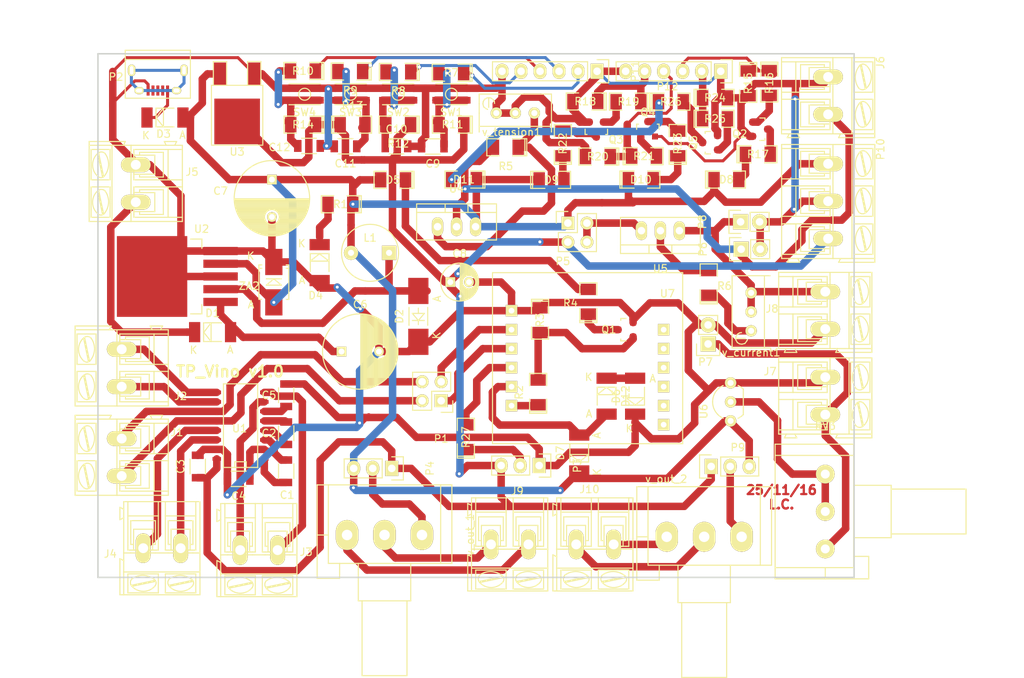
<source format=kicad_pcb>
(kicad_pcb (version 4) (host pcbnew 4.0.2+e4-6225~38~ubuntu14.04.1-stable)
  (title_block (title "Sim800L, F. Corriente Tension Variable, Led&Buttons") (date 2016-11-02) (rev Rev.1.1) (company "Ing. Luis Chico"))
  (layers (0 F.Cu signal) (31 B.Cu mixed) (34 B.Paste user) (35 F.Paste user) (36 B.SilkS user) (37 F.SilkS user) (38 B.Mask user) (39 F.Mask user) (44 Edge.Cuts user))
  (net 0 "")
  (net 1 "Net-(C1-Pad1)")
  (net 2 "Net-(C1-Pad2)")
  (net 3 "Net-(C2-Pad1)")
  (net 4 "Net-(C2-Pad2)")
  (net 5 +3.3V)
  (net 6 GND)
  (net 7 "Net-(C4-Pad1)")
  (net 8 "Net-(C5-Pad1)")
  (net 9 "Net-(C6-Pad1)")
  (net 10 +5V)
  (net 11 "Net-(D4-Pad1)")
  (net 12 "Net-(D5-Pad1)")
  (net 13 "Net-(J1-Pad1)")
  (net 14 "Net-(J1-Pad2)")
  (net 15 "Net-(J2-Pad1)")
  (net 16 "Net-(J2-Pad2)")
  (net 17 "Net-(J3-Pad1)")
  (net 18 "Net-(J3-Pad2)")
  (net 19 "Net-(J4-Pad1)")
  (net 20 "Net-(J4-Pad2)")
  (net 21 "Net-(D1-Pad1)")
  (net 22 "Net-(J7-Pad2)")
  (net 23 "Net-(J9-Pad1)")
  (net 24 "Net-(J9-Pad2)")
  (net 25 "Net-(J10-Pad1)")
  (net 26 "Net-(J10-Pad2)")
  (net 27 /RS232_TTL/TTL_RS232_RXD1)
  (net 28 "Net-(P5-Pad2)")
  (net 29 "Net-(P11-Pad2)")
  (net 30 "Net-(P11-Pad3)")
  (net 31 "Net-(P11-Pad4)")
  (net 32 "Net-(P11-Pad5)")
  (net 33 "Net-(P12-Pad2)")
  (net 34 "Net-(P12-Pad3)")
  (net 35 "Net-(P12-Pad4)")
  (net 36 "Net-(P12-Pad5)")
  (net 37 "Net-(Q1-Pad1)")
  (net 38 "Net-(Q1-Pad3)")
  (net 39 "Net-(R5-Pad1)")
  (net 40 "Net-(R6-Pad1)")
  (net 41 "Net-(R6-Pad2)")
  (net 42 "Net-(C9-Pad1)")
  (net 43 "Net-(C10-Pad1)")
  (net 44 "Net-(C11-Pad1)")
  (net 45 "Net-(C12-Pad1)")
  (net 46 "Net-(D8-Pad2)")
  (net 47 "Net-(D9-Pad2)")
  (net 48 "Net-(D10-Pad2)")
  (net 49 "Net-(D11-Pad2)")
  (net 50 "Net-(D2-Pad2)")
  (net 51 "Net-(D3-Pad1)")
  (net 52 "Net-(P2-Pad2)")
  (net 53 "Net-(P2-Pad3)")
  (net 54 "Net-(P2-Pad4)")
  (net 55 "Net-(P2-Pad6)")
  (net 56 "Net-(RV3-Pad1)")
  (net 57 "Net-(Q2-Pad1)")
  (net 58 "Net-(Q2-Pad3)")
  (net 59 "Net-(Q3-Pad1)")
  (net 60 "Net-(Q3-Pad3)")
  (net 61 "Net-(Q4-Pad1)")
  (net 62 "Net-(Q4-Pad3)")
  (net 63 "Net-(Q5-Pad1)")
  (net 64 "Net-(Q5-Pad3)")
  (net 65 /RS232_TTL/TTL_RS232_TXD1)
  (net 66 "Net-(U7-Pad9)")
  (net 67 "Net-(P3-Pad2)")
  (net 68 "Net-(R2-Pad1)")
  (net 69 "Net-(R27-Pad2)")
  (net 70 "Net-(U7-Pad12)")
  (net 71 "Net-(U7-Pad7)")
  (net 72 "Net-(U7-Pad8)")
  (net 73 "Net-(U7-Pad10)")
  (net 74 "Net-(U7-Pad11)")
  (net 75 "Net-(D12-Pad1)")
  (net 76 "Net-(D12-Pad2)")
  (net 77 /LM35_LM317_POTE/Vout)
  (net 78 /LM35_LM317_POTE/Iout)
  (net 79 "Net-(P9-Pad2)")
  (net 80 "Net-(P4-Pad2)")
  (module Potentiometers:Potentiometer_Alps-RK16-single_largePads (layer F.Cu) (at 191.516 124.968 270)
    (fp_text reference v_out_2 (at -7.7216 10.0711 360) (layer F.SilkS))
    (fp_text value POT)
    (pad 2 thru_hole oval (at 0 5.00126 270) (size 4.0005 2.99974) (drill 1.39954) (layers *.Cu *.Mask F.SilkS) (net 26 "Net-(J10-Pad2)"))
    (pad 3 thru_hole oval (at 0 10.00252 270) (size 4.0005 2.99974) (drill 1.39954) (layers *.Cu *.Mask F.SilkS) (net 25 "Net-(J10-Pad1)"))
    (pad 1 thru_hole oval (at 0 0 270) (size 4.0005 2.99974) (drill 1.39954) (layers *.Cu *.Mask F.SilkS) (net 79 "Net-(P9-Pad2)"))
  )
  (module Pin_Headers:Pin_Header_Straight_2x02 (layer F.Cu) (at 151.384 106.7816 180)
    (fp_text reference P1 (at 0 -5.1 180) (layer F.SilkS))
    (fp_text value JmpSim)
    (pad 1 thru_hole rect (at 0 0 180) (size 1.7272 1.7272) (drill 1.016) (layers *.Cu *.Mask F.SilkS) (net 27 /RS232_TTL/TTL_RS232_RXD1))
    (pad 2 thru_hole oval (at 2.54 0 180) (size 1.7272 1.7272) (drill 1.016) (layers *.Cu *.Mask F.SilkS) (net 13 "Net-(J1-Pad1)"))
    (pad 3 thru_hole oval (at 0 2.54 180) (size 1.7272 1.7272) (drill 1.016) (layers *.Cu *.Mask F.SilkS) (net 65 /RS232_TTL/TTL_RS232_TXD1))
    (pad 4 thru_hole oval (at 2.54 2.54 180) (size 1.7272 1.7272) (drill 1.016) (layers *.Cu *.Mask F.SilkS) (net 14 "Net-(J1-Pad2)"))
  )
  (module TO_SOT_Packages_SMD:SOT-23 (layer F.Cu) (at 176.022 97.282 90)
    (fp_text reference Q1 (at 0 -2.25 180) (layer F.SilkS))
    (fp_text value BC849)
    (pad 1 smd rect (at -0.95 1.00076 90) (size 0.8001 0.8001) (layers F.Cu F.Paste F.Mask) (net 37 "Net-(Q1-Pad1)"))
    (pad 2 smd rect (at 0.95 1.00076 90) (size 0.8001 0.8001) (layers F.Cu F.Paste F.Mask) (net 6 GND))
    (pad 3 smd rect (at 0 -0.99822 90) (size 0.8001 0.8001) (layers F.Cu F.Paste F.Mask) (net 38 "Net-(Q1-Pad3)"))
  )
  (module SMD_Packages:SMD-1206_Pol (layer F.Cu) (at 137.922 80.518 180)
    (fp_text reference R1 (at 0 0 180) (layer F.SilkS))
    (fp_text value 1k)
    (pad 1 smd rect (at -1.651 0 180) (size 1.524 2.032) (layers F.Cu F.Paste F.Mask) (net 10 +5V))
    (pad 2 smd rect (at 1.651 0 180) (size 1.524 2.032) (layers F.Cu F.Paste F.Mask) (net 11 "Net-(D4-Pad1)"))
  )
  (module SMD_Packages:SMD-1206_Pol (layer F.Cu) (at 164.338 105.664 90)
    (fp_text reference R2 (at 0 -2.54 90) (layer F.SilkS))
    (fp_text value R)
    (pad 1 smd rect (at -1.651 0 90) (size 1.524 2.032) (layers F.Cu F.Paste F.Mask) (net 68 "Net-(R2-Pad1)"))
    (pad 2 smd rect (at 1.651 0 90) (size 1.524 2.032) (layers F.Cu F.Paste F.Mask) (net 37 "Net-(Q1-Pad1)"))
  )
  (module SMD_Packages:SMD-1206_Pol (layer F.Cu) (at 164.592 96.012 270)
    (fp_text reference R3 (at 0 0 270) (layer F.SilkS))
    (fp_text value R)
    (pad 1 smd rect (at -1.651 0 270) (size 1.524 2.032) (layers F.Cu F.Paste F.Mask) (net 6 GND))
    (pad 2 smd rect (at 1.651 0 270) (size 1.524 2.032) (layers F.Cu F.Paste F.Mask) (net 37 "Net-(Q1-Pad1)"))
  )
  (module SMD_Packages:SMD-1206_Pol (layer F.Cu) (at 171.0436 93.5482 90)
    (fp_text reference R4 (at -0.1778 -2.3876 180) (layer F.SilkS))
    (fp_text value R)
    (pad 1 smd rect (at -1.651 0 90) (size 1.524 2.032) (layers F.Cu F.Paste F.Mask) (net 38 "Net-(Q1-Pad3)"))
    (pad 2 smd rect (at 1.651 0 90) (size 1.524 2.032) (layers F.Cu F.Paste F.Mask) (net 12 "Net-(D5-Pad1)"))
  )
  (module SMD_Packages:SMD-1206_Pol (layer F.Cu) (at 160.02 72.898 180)
    (fp_text reference R5 (at 0 -2.54 180) (layer F.SilkS))
    (fp_text value R)
    (pad 1 smd rect (at -1.651 0 180) (size 1.524 2.032) (layers F.Cu F.Paste F.Mask) (net 39 "Net-(R5-Pad1)"))
    (pad 2 smd rect (at 1.651 0 180) (size 1.524 2.032) (layers F.Cu F.Paste F.Mask) (net 77 /LM35_LM317_POTE/Vout))
  )
  (module SMD_Packages:SMD-1206_Pol (layer F.Cu) (at 187.1218 91.0336 90)
    (fp_text reference R6 (at -0.4064 2.1082 180) (layer F.SilkS))
    (fp_text value R)
    (pad 1 smd rect (at -1.651 0 90) (size 1.524 2.032) (layers F.Cu F.Paste F.Mask) (net 40 "Net-(R6-Pad1)"))
    (pad 2 smd rect (at 1.651 0 90) (size 1.524 2.032) (layers F.Cu F.Paste F.Mask) (net 41 "Net-(R6-Pad2)"))
  )
  (module SMD_Packages:SMD-1206_Pol (layer F.Cu) (at 152.7302 62.9285 180)
    (fp_text reference R7 (at 0 0 180) (layer F.SilkS))
    (fp_text value 1k)
    (pad 1 smd rect (at -1.651 0 180) (size 1.524 2.032) (layers F.Cu F.Paste F.Mask) (net 29 "Net-(P11-Pad2)"))
    (pad 2 smd rect (at 1.651 0 180) (size 1.524 2.032) (layers F.Cu F.Paste F.Mask) (net 42 "Net-(C9-Pad1)"))
  )
  (module SMD_Packages:SMD-1206_Pol (layer F.Cu) (at 145.669 62.8269 180)
    (fp_text reference R8 (at 0 -2.54 180) (layer F.SilkS))
    (fp_text value 1k)
    (pad 1 smd rect (at -1.651 0 180) (size 1.524 2.032) (layers F.Cu F.Paste F.Mask) (net 32 "Net-(P11-Pad5)"))
    (pad 2 smd rect (at 1.651 0 180) (size 1.524 2.032) (layers F.Cu F.Paste F.Mask) (net 43 "Net-(C10-Pad1)"))
  )
  (module SMD_Packages:SMD-1206_Pol (layer F.Cu) (at 139.2428 62.7761 180)
    (fp_text reference R9 (at 0 -2.54 180) (layer F.SilkS))
    (fp_text value 1k)
    (pad 1 smd rect (at -1.651 0 180) (size 1.524 2.032) (layers F.Cu F.Paste F.Mask) (net 30 "Net-(P11-Pad3)"))
    (pad 2 smd rect (at 1.651 0 180) (size 1.524 2.032) (layers F.Cu F.Paste F.Mask) (net 44 "Net-(C11-Pad1)"))
  )
  (module SMD_Packages:SMD-1206_Pol (layer F.Cu) (at 132.9182 62.6999 180)
    (fp_text reference R10 (at 0 0 180) (layer F.SilkS))
    (fp_text value 1k)
    (pad 1 smd rect (at -1.651 0 180) (size 1.524 2.032) (layers F.Cu F.Paste F.Mask) (net 31 "Net-(P11-Pad4)"))
    (pad 2 smd rect (at 1.651 0 180) (size 1.524 2.032) (layers F.Cu F.Paste F.Mask) (net 45 "Net-(C12-Pad1)"))
  )
  (module SMD_Packages:SMD-1206_Pol (layer F.Cu) (at 152.7556 69.8754 180)
    (fp_text reference R11 (at -0.1524 0.0254 180) (layer F.SilkS))
    (fp_text value 10k)
    (pad 1 smd rect (at -1.651 0 180) (size 1.524 2.032) (layers F.Cu F.Paste F.Mask) (net 5 +3.3V))
    (pad 2 smd rect (at 1.651 0 180) (size 1.524 2.032) (layers F.Cu F.Paste F.Mask) (net 42 "Net-(C9-Pad1)"))
  )
  (module SMD_Packages:SMD-1206_Pol (layer F.Cu) (at 145.6436 69.8754 180)
    (fp_text reference R12 (at 0 -2.54 180) (layer F.SilkS))
    (fp_text value 10k)
    (pad 1 smd rect (at -1.651 0 180) (size 1.524 2.032) (layers F.Cu F.Paste F.Mask) (net 5 +3.3V))
    (pad 2 smd rect (at 1.651 0 180) (size 1.524 2.032) (layers F.Cu F.Paste F.Mask) (net 43 "Net-(C10-Pad1)"))
  )
  (module SMD_Packages:SMD-1206_Pol (layer F.Cu) (at 139.5476 69.8754)
    (fp_text reference R13 (at 0 -2.54) (layer F.SilkS))
    (fp_text value 10k)
    (pad 1 smd rect (at -1.651 0) (size 1.524 2.032) (layers F.Cu F.Paste F.Mask) (net 5 +3.3V))
    (pad 2 smd rect (at 1.651 0) (size 1.524 2.032) (layers F.Cu F.Paste F.Mask) (net 44 "Net-(C11-Pad1)"))
  )
  (module SMD_Packages:SMD-1206_Pol (layer F.Cu) (at 132.9436 69.8754 180)
    (fp_text reference R14 (at 0 0 180) (layer F.SilkS))
    (fp_text value 10k)
    (pad 1 smd rect (at -1.651 0 180) (size 1.524 2.032) (layers F.Cu F.Paste F.Mask) (net 5 +3.3V))
    (pad 2 smd rect (at 1.651 0 180) (size 1.524 2.032) (layers F.Cu F.Paste F.Mask) (net 45 "Net-(C12-Pad1)"))
  )
  (module SMD_Packages:SMD-1206_Pol (layer F.Cu) (at 192.3923 64.3509 270)
    (fp_text reference R15 (at 0 0 270) (layer F.SilkS))
    (fp_text value 330k)
    (pad 1 smd rect (at -1.651 0 270) (size 1.524 2.032) (layers F.Cu F.Paste F.Mask) (net 34 "Net-(P12-Pad3)"))
    (pad 2 smd rect (at 1.651 0 270) (size 1.524 2.032) (layers F.Cu F.Paste F.Mask) (net 6 GND))
  )
  (module SMD_Packages:SMD-1206_Pol (layer F.Cu) (at 195.2117 64.3128 270)
    (fp_text reference R16 (at 0 0 270) (layer F.SilkS))
    (fp_text value 10k)
    (pad 1 smd rect (at -1.651 0 270) (size 1.524 2.032) (layers F.Cu F.Paste F.Mask) (net 34 "Net-(P12-Pad3)"))
    (pad 2 smd rect (at 1.651 0 270) (size 1.524 2.032) (layers F.Cu F.Paste F.Mask) (net 57 "Net-(Q2-Pad1)"))
  )
  (module SMD_Packages:SMD-1206_Pol (layer F.Cu) (at 193.6877 73.8378)
    (fp_text reference R17 (at 0 0) (layer F.SilkS))
    (fp_text value 680)
    (pad 1 smd rect (at -1.651 0) (size 1.524 2.032) (layers F.Cu F.Paste F.Mask) (net 46 "Net-(D8-Pad2)"))
    (pad 2 smd rect (at 1.651 0) (size 1.524 2.032) (layers F.Cu F.Paste F.Mask) (net 58 "Net-(Q2-Pad3)"))
  )
  (module SMD_Packages:SMD-1206_Pol (layer F.Cu) (at 170.6372 66.7766 180)
    (fp_text reference R18 (at 0 0 180) (layer F.SilkS))
    (fp_text value 330k)
    (pad 1 smd rect (at -1.651 0 180) (size 1.524 2.032) (layers F.Cu F.Paste F.Mask) (net 36 "Net-(P12-Pad5)"))
    (pad 2 smd rect (at 1.651 0 180) (size 1.524 2.032) (layers F.Cu F.Paste F.Mask) (net 6 GND))
  )
  (module SMD_Packages:SMD-1206_Pol (layer F.Cu) (at 176.403 66.802 180)
    (fp_text reference R19 (at 0 0 180) (layer F.SilkS))
    (fp_text value 10k)
    (pad 1 smd rect (at -1.651 0 180) (size 1.524 2.032) (layers F.Cu F.Paste F.Mask) (net 36 "Net-(P12-Pad5)"))
    (pad 2 smd rect (at 1.651 0 180) (size 1.524 2.032) (layers F.Cu F.Paste F.Mask) (net 59 "Net-(Q3-Pad1)"))
  )
  (module SMD_Packages:SMD-1206_Pol (layer F.Cu) (at 172.3136 74.1426 180)
    (fp_text reference R20 (at 0 0 180) (layer F.SilkS))
    (fp_text value 330k)
    (pad 1 smd rect (at -1.651 0 180) (size 1.524 2.032) (layers F.Cu F.Paste F.Mask) (net 35 "Net-(P12-Pad4)"))
    (pad 2 smd rect (at 1.651 0 180) (size 1.524 2.032) (layers F.Cu F.Paste F.Mask) (net 6 GND))
  )
  (module SMD_Packages:SMD-1206_Pol (layer F.Cu) (at 178.4858 74.0918)
    (fp_text reference R21 (at 0 0) (layer F.SilkS))
    (fp_text value 10k)
    (pad 1 smd rect (at -1.651 0) (size 1.524 2.032) (layers F.Cu F.Paste F.Mask) (net 35 "Net-(P12-Pad4)"))
    (pad 2 smd rect (at 1.651 0) (size 1.524 2.032) (layers F.Cu F.Paste F.Mask) (net 61 "Net-(Q4-Pad1)"))
  )
  (module SMD_Packages:SMD-1206_Pol (layer F.Cu) (at 167.64 72.39 90)
    (fp_text reference R22 (at 0 0 90) (layer F.SilkS))
    (fp_text value 680)
    (pad 1 smd rect (at -1.651 0 90) (size 1.524 2.032) (layers F.Cu F.Paste F.Mask) (net 47 "Net-(D9-Pad2)"))
    (pad 2 smd rect (at 1.651 0 90) (size 1.524 2.032) (layers F.Cu F.Paste F.Mask) (net 60 "Net-(Q3-Pad3)"))
  )
  (module SMD_Packages:SMD-1206_Pol (layer F.Cu) (at 182.9816 72.39 90)
    (fp_text reference R23 (at 0 0 90) (layer F.SilkS))
    (fp_text value 680)
    (pad 1 smd rect (at -1.651 0 90) (size 1.524 2.032) (layers F.Cu F.Paste F.Mask) (net 48 "Net-(D10-Pad2)"))
    (pad 2 smd rect (at 1.651 0 90) (size 1.524 2.032) (layers F.Cu F.Paste F.Mask) (net 62 "Net-(Q4-Pad3)"))
  )
  (module SMD_Packages:SMD-1206_Pol (layer F.Cu) (at 187.96 66.294)
    (fp_text reference R24 (at 0 0) (layer F.SilkS))
    (fp_text value 330k)
    (pad 1 smd rect (at -1.651 0) (size 1.524 2.032) (layers F.Cu F.Paste F.Mask) (net 33 "Net-(P12-Pad2)"))
    (pad 2 smd rect (at 1.651 0) (size 1.524 2.032) (layers F.Cu F.Paste F.Mask) (net 6 GND))
  )
  (module SMD_Packages:SMD-1206_Pol (layer F.Cu) (at 187.96 69.088)
    (fp_text reference R25 (at 0 0) (layer F.SilkS))
    (fp_text value 10k)
    (pad 1 smd rect (at -1.651 0) (size 1.524 2.032) (layers F.Cu F.Paste F.Mask) (net 33 "Net-(P12-Pad2)"))
    (pad 2 smd rect (at 1.651 0) (size 1.524 2.032) (layers F.Cu F.Paste F.Mask) (net 63 "Net-(Q5-Pad1)"))
  )
  (module SMD_Packages:SMD-1206_Pol (layer F.Cu) (at 182.0672 66.802)
    (fp_text reference R26 (at 0 0) (layer F.SilkS))
    (fp_text value 680)
    (pad 1 smd rect (at -1.651 0) (size 1.524 2.032) (layers F.Cu F.Paste F.Mask) (net 49 "Net-(D11-Pad2)"))
    (pad 2 smd rect (at 1.651 0) (size 1.524 2.032) (layers F.Cu F.Paste F.Mask) (net 64 "Net-(Q5-Pad3)"))
  )
  (module Potentiometers:Potentiometer_Alps-RK16-single_largePads (layer F.Cu) (at 148.8186 124.7267 270)
    (fp_text reference v_out_1 (at 0 -6.42874 270) (layer F.SilkS))
    (fp_text value POT)
    (pad 2 thru_hole oval (at 0 5.00126 270) (size 4.0005 2.99974) (drill 1.39954) (layers *.Cu *.Mask F.SilkS) (net 24 "Net-(J9-Pad2)"))
    (pad 3 thru_hole oval (at 0 10.00252 270) (size 4.0005 2.99974) (drill 1.39954) (layers *.Cu *.Mask F.SilkS) (net 23 "Net-(J9-Pad1)"))
    (pad 1 thru_hole oval (at 0 0 270) (size 4.0005 2.99974) (drill 1.39954) (layers *.Cu *.Mask F.SilkS) (net 80 "Net-(P4-Pad2)"))
  )
  (module Inductors:INDUCTOR_V (layer F.Cu) (at 141.8844 87.0077 180)
    (fp_text reference L1 (at 0 1.99898 180) (layer F.SilkS))
    (fp_text value 100uH)
    (pad 1 thru_hole rect (at -2.54 0 180) (size 1.905 1.905) (drill 0.8128) (layers *.Cu *.Mask F.SilkS) (net 50 "Net-(D2-Pad2)"))
    (pad 2 thru_hole circle (at 2.54 0 180) (size 1.905 1.905) (drill 0.8128) (layers *.Cu *.Mask F.SilkS) (net 10 +5V))
  )
  (module Connect:USB_Micro-B (layer F.Cu) (at 113.538 63.754 180)
    (fp_text reference P2 (at 5.588 0.254 180) (layer F.SilkS))
    (fp_text value USB_OTG)
    (pad 1 smd rect (at -1.3009 -1.56254 270) (size 1.35 0.4) (layers F.Cu F.Paste F.Mask) (net 51 "Net-(D3-Pad1)"))
    (pad 2 smd rect (at -0.6509 -1.56254 270) (size 1.35 0.4) (layers F.Cu F.Paste F.Mask) (net 52 "Net-(P2-Pad2)"))
    (pad 3 smd rect (at -0.0009 -1.56254 270) (size 1.35 0.4) (layers F.Cu F.Paste F.Mask) (net 53 "Net-(P2-Pad3)"))
    (pad 4 smd rect (at 0.6491 -1.56254 270) (size 1.35 0.4) (layers F.Cu F.Paste F.Mask) (net 54 "Net-(P2-Pad4)"))
    (pad 5 smd rect (at 1.2991 -1.56254 270) (size 1.35 0.4) (layers F.Cu F.Paste F.Mask) (net 6 GND))
    (pad 6 thru_hole oval (at -2.5009 -1.56254 270) (size 0.95 1.25) (drill oval 0.55 0.85) (layers *.Cu *.Mask F.SilkS) (net 55 "Net-(P2-Pad6)"))
    (pad 6 thru_hole oval (at 2.4991 -1.56254 270) (size 0.95 1.25) (drill oval 0.55 0.85) (layers *.Cu *.Mask F.SilkS) (net 55 "Net-(P2-Pad6)"))
    (pad 6 thru_hole oval (at -3.5009 1.13746 270) (size 1.55 1) (drill oval 1.15 0.5) (layers *.Cu *.Mask F.SilkS) (net 55 "Net-(P2-Pad6)"))
    (pad 6 thru_hole oval (at 3.4991 1.13746 270) (size 1.55 1) (drill oval 1.15 0.5) (layers *.Cu *.Mask F.SilkS) (net 55 "Net-(P2-Pad6)"))
  )
  (module Potentiometers:Potentiometer_Alps-RK16-single (layer F.Cu) (at 202.692 116.586)
    (fp_text reference RV3 (at 0 -6.42874) (layer F.SilkS))
    (fp_text value POT)
    (pad 2 thru_hole circle (at 0 5.00126) (size 2.49936 2.49936) (drill 1.19888) (layers *.Cu *.Mask F.SilkS) (net 56 "Net-(RV3-Pad1)"))
    (pad 3 thru_hole circle (at 0 10.00252) (size 2.49936 2.49936) (drill 1.19888) (layers *.Cu *.Mask F.SilkS) (net 22 "Net-(J7-Pad2)"))
    (pad 1 thru_hole circle (at 0 0) (size 2.49936 2.49936) (drill 1.19888) (layers *.Cu *.Mask F.SilkS) (net 56 "Net-(RV3-Pad1)"))
  )
  (module SMD_Packages:SO-16-N (layer F.Cu) (at 124.587 110.109 90)
    (fp_text reference U1 (at -0.381 -0.127 180) (layer F.SilkS))
    (fp_text value ST3232E)
    (pad 16 smd rect (at -4.445 -3.175 90) (size 0.508 1.143) (layers F.Cu F.Paste F.Mask) (net 5 +3.3V))
    (pad 14 smd rect (at -1.905 -3.175 90) (size 0.508 1.143) (layers F.Cu F.Paste F.Mask) (net 19 "Net-(J4-Pad1)"))
    (pad 13 smd rect (at -0.635 -3.175 90) (size 0.508 1.143) (layers F.Cu F.Paste F.Mask) (net 20 "Net-(J4-Pad2)"))
    (pad 12 smd rect (at 0.635 -3.175 90) (size 0.508 1.143) (layers F.Cu F.Paste F.Mask) (net 13 "Net-(J1-Pad1)"))
    (pad 11 smd rect (at 1.905 -3.175 90) (size 0.508 1.143) (layers F.Cu F.Paste F.Mask) (net 14 "Net-(J1-Pad2)"))
    (pad 10 smd rect (at 3.175 -3.175 90) (size 0.508 1.143) (layers F.Cu F.Paste F.Mask) (net 15 "Net-(J2-Pad1)"))
    (pad 9 smd rect (at 4.445 -3.175 90) (size 0.508 1.143) (layers F.Cu F.Paste F.Mask) (net 16 "Net-(J2-Pad2)"))
    (pad 8 smd rect (at 4.445 3.175 90) (size 0.508 1.143) (layers F.Cu F.Paste F.Mask) (net 17 "Net-(J3-Pad1)"))
    (pad 7 smd rect (at 3.175 3.175 90) (size 0.508 1.143) (layers F.Cu F.Paste F.Mask) (net 18 "Net-(J3-Pad2)"))
    (pad 6 smd rect (at 1.905 3.175 90) (size 0.508 1.143) (layers F.Cu F.Paste F.Mask) (net 8 "Net-(C5-Pad1)"))
    (pad 5 smd rect (at 0.635 3.175 90) (size 0.508 1.143) (layers F.Cu F.Paste F.Mask) (net 4 "Net-(C2-Pad2)"))
    (pad 4 smd rect (at -0.635 3.175 90) (size 0.508 1.143) (layers F.Cu F.Paste F.Mask) (net 3 "Net-(C2-Pad1)"))
    (pad 3 smd rect (at -1.905 3.175 90) (size 0.508 1.143) (layers F.Cu F.Paste F.Mask) (net 2 "Net-(C1-Pad2)"))
    (pad 2 smd rect (at -3.175 3.175 90) (size 0.508 1.143) (layers F.Cu F.Paste F.Mask) (net 7 "Net-(C4-Pad1)"))
    (pad 1 smd rect (at -4.445 3.175 90) (size 0.508 1.143) (layers F.Cu F.Paste F.Mask) (net 1 "Net-(C1-Pad1)"))
    (pad 15 smd rect (at -3.175 -3.175 90) (size 0.508 1.143) (layers F.Cu F.Paste F.Mask) (net 6 GND))
  )
  (module TO_SOT_Packages_THT:TO-92_Inline_Wide (layer F.Cu) (at 190.0428 109.474 90)
    (fp_text reference U6 (at 1.27 -3.6068 270) (layer F.SilkS))
    (fp_text value LM35-LP)
    (pad 2 thru_hole circle (at 2.54 0 180) (size 1.524 1.524) (drill 0.8) (layers *.Cu *.Mask F.SilkS) (net 56 "Net-(RV3-Pad1)"))
    (pad 3 thru_hole circle (at 5.08 0 180) (size 1.524 1.524) (drill 0.8) (layers *.Cu *.Mask F.SilkS) (net 6 GND))
    (pad 1 thru_hole circle (at 0 0 180) (size 1.524 1.524) (drill 0.8) (layers *.Cu *.Mask F.SilkS) (net 10 +5V))
  )
  (module Diodes_SMD:SMB_Handsoldering (layer F.Cu) (at 129.032 90.932 270)
    (fp_text reference ZA2 (at 0.508 3.302 360) (layer F.SilkS))
    (fp_text value SMAZ5V6)
    (fp_text user K (at -3.5 3.1 360) (layer F.SilkS))
    (fp_text user A (at 3 3.05 360) (layer F.SilkS))
    (pad 1 smd rect (at -2.70002 0 270) (size 3.50012 2.30124) (layers F.Cu F.Paste F.Mask) (net 6 GND))
    (pad 2 smd rect (at 2.70002 0 270) (size 3.50012 2.30124) (layers F.Cu F.Paste F.Mask) (net 10 +5V))
  )
  (module Buttons_Switches_SMD:SW_SPST_KMR2 (layer F.Cu) (at 152.7556 65.8114 180)
    (fp_text reference SW1 (at 0 -2.4 180) (layer F.SilkS))
    (fp_text value TEC_1)
    (pad 1 smd rect (at -2.05 -0.8 270) (size 0.9 1) (layers F.Cu F.Paste F.Mask) (net 42 "Net-(C9-Pad1)"))
    (pad 2 smd rect (at -2.05 0.8 270) (size 0.9 1) (layers F.Cu F.Paste F.Mask) (net 6 GND))
    (pad 1 smd rect (at 2.05 -0.8 270) (size 0.9 1) (layers F.Cu F.Paste F.Mask) (net 42 "Net-(C9-Pad1)"))
    (pad 2 smd rect (at 2.05 0.8 270) (size 0.9 1) (layers F.Cu F.Paste F.Mask) (net 6 GND))
  )
  (module Buttons_Switches_SMD:SW_SPST_KMR2 (layer F.Cu) (at 145.6436 65.8114 180)
    (fp_text reference SW2 (at 0 -2.4 180) (layer F.SilkS))
    (fp_text value TEC_1)
    (pad 1 smd rect (at -2.05 -0.8 270) (size 0.9 1) (layers F.Cu F.Paste F.Mask) (net 43 "Net-(C10-Pad1)"))
    (pad 2 smd rect (at -2.05 0.8 270) (size 0.9 1) (layers F.Cu F.Paste F.Mask) (net 6 GND))
    (pad 1 smd rect (at 2.05 -0.8 270) (size 0.9 1) (layers F.Cu F.Paste F.Mask) (net 43 "Net-(C10-Pad1)"))
    (pad 2 smd rect (at 2.05 0.8 270) (size 0.9 1) (layers F.Cu F.Paste F.Mask) (net 6 GND))
  )
  (module Buttons_Switches_SMD:SW_SPST_KMR2 (layer F.Cu) (at 139.2936 65.8114 180)
    (fp_text reference SW3 (at 0 -2.4 180) (layer F.SilkS))
    (fp_text value TEC_1)
    (pad 1 smd rect (at -2.05 -0.8 270) (size 0.9 1) (layers F.Cu F.Paste F.Mask) (net 44 "Net-(C11-Pad1)"))
    (pad 2 smd rect (at -2.05 0.8 270) (size 0.9 1) (layers F.Cu F.Paste F.Mask) (net 6 GND))
    (pad 1 smd rect (at 2.05 -0.8 270) (size 0.9 1) (layers F.Cu F.Paste F.Mask) (net 44 "Net-(C11-Pad1)"))
    (pad 2 smd rect (at 2.05 0.8 270) (size 0.9 1) (layers F.Cu F.Paste F.Mask) (net 6 GND))
  )
  (module Buttons_Switches_SMD:SW_SPST_KMR2 (layer F.Cu) (at 133.1468 65.8114 180)
    (fp_text reference SW4 (at 0 -2.4 180) (layer F.SilkS))
    (fp_text value TEC_1)
    (pad 1 smd rect (at -2.05 -0.8 270) (size 0.9 1) (layers F.Cu F.Paste F.Mask) (net 45 "Net-(C12-Pad1)"))
    (pad 2 smd rect (at -2.05 0.8 270) (size 0.9 1) (layers F.Cu F.Paste F.Mask) (net 6 GND))
    (pad 1 smd rect (at 2.05 -0.8 270) (size 0.9 1) (layers F.Cu F.Paste F.Mask) (net 45 "Net-(C12-Pad1)"))
    (pad 2 smd rect (at 2.05 0.8 270) (size 0.9 1) (layers F.Cu F.Paste F.Mask) (net 6 GND))
  )
  (module TO_SOT_Packages_SMD:TO-263-5Lead (layer F.Cu) (at 121.92 90.17 180)
    (fp_text reference U2 (at 2.54 6.35 360) (layer F.SilkS))
    (fp_text value LM2576HVS-5)
    (pad 5 smd rect (at 0 3.4 180) (size 4.6 1.1) (layers F.Cu F.Paste F.Mask) (net 6 GND))
    (pad 4 smd rect (at 0 1.7 180) (size 4.6 1.1) (layers F.Cu F.Paste F.Mask) (net 10 +5V))
    (pad 2 smd rect (at 0 -1.7 180) (size 4.6 1.1) (layers F.Cu F.Paste F.Mask) (net 50 "Net-(D2-Pad2)"))
    (pad 3 smd rect (at 9.15 0 180) (size 9.4 10.8) (layers F.Cu F.Paste F.Mask) (net 6 GND))
    (pad 3 smd rect (at 0 0 180) (size 4.6 1.1) (layers F.Cu F.Paste F.Mask) (net 6 GND))
    (pad 1 smd rect (at 0 -3.4 180) (size 4.6 1.1) (layers F.Cu F.Paste F.Mask) (net 9 "Net-(C6-Pad1)"))
  )
  (module Pin_Headers:Pin_Header_Straight_1x06 (layer F.Cu) (at 172.212 62.738 270)
    (fp_text reference P11 (at 0 -5.1 270) (layer F.SilkS))
    (fp_text value SwPins)
    (pad 1 thru_hole rect (at 0 0 270) (size 2.032 1.7272) (drill 1.016) (layers *.Cu *.Mask F.SilkS) (net 6 GND))
    (pad 2 thru_hole oval (at 0 2.54 270) (size 2.032 1.7272) (drill 1.016) (layers *.Cu *.Mask F.SilkS) (net 29 "Net-(P11-Pad2)"))
    (pad 3 thru_hole oval (at 0 5.08 270) (size 2.032 1.7272) (drill 1.016) (layers *.Cu *.Mask F.SilkS) (net 30 "Net-(P11-Pad3)"))
    (pad 4 thru_hole oval (at 0 7.62 270) (size 2.032 1.7272) (drill 1.016) (layers *.Cu *.Mask F.SilkS) (net 31 "Net-(P11-Pad4)"))
    (pad 5 thru_hole oval (at 0 10.16 270) (size 2.032 1.7272) (drill 1.016) (layers *.Cu *.Mask F.SilkS) (net 32 "Net-(P11-Pad5)"))
    (pad 6 thru_hole oval (at 0 12.7 270) (size 2.032 1.7272) (drill 1.016) (layers *.Cu *.Mask F.SilkS) (net 6 GND))
  )
  (module Pin_Headers:Pin_Header_Straight_1x06 (layer F.Cu) (at 188.722 62.738 270)
    (fp_text reference P12 (at 2.032 7.112 360) (layer F.SilkS))
    (fp_text value PinLeds)
    (pad 1 thru_hole rect (at 0 0 270) (size 2.032 1.7272) (drill 1.016) (layers *.Cu *.Mask F.SilkS) (net 6 GND))
    (pad 2 thru_hole oval (at 0 2.54 270) (size 2.032 1.7272) (drill 1.016) (layers *.Cu *.Mask F.SilkS) (net 33 "Net-(P12-Pad2)"))
    (pad 3 thru_hole oval (at 0 5.08 270) (size 2.032 1.7272) (drill 1.016) (layers *.Cu *.Mask F.SilkS) (net 34 "Net-(P12-Pad3)"))
    (pad 4 thru_hole oval (at 0 7.62 270) (size 2.032 1.7272) (drill 1.016) (layers *.Cu *.Mask F.SilkS) (net 35 "Net-(P12-Pad4)"))
    (pad 5 thru_hole oval (at 0 10.16 270) (size 2.032 1.7272) (drill 1.016) (layers *.Cu *.Mask F.SilkS) (net 36 "Net-(P12-Pad5)"))
    (pad 6 thru_hole oval (at 0 12.7 270) (size 2.032 1.7272) (drill 1.016) (layers *.Cu *.Mask F.SilkS) (net 6 GND))
  )
  (module TO_SOT_Packages_SMD:SOT-23 (layer F.Cu) (at 193.9925 70.485 270)
    (fp_text reference Q2 (at 0.635 2.7305 360) (layer F.SilkS))
    (fp_text value BC849)
    (pad 1 smd rect (at -0.95 1.00076 270) (size 0.8001 0.8001) (layers F.Cu F.Paste F.Mask) (net 57 "Net-(Q2-Pad1)"))
    (pad 2 smd rect (at 0.95 1.00076 270) (size 0.8001 0.8001) (layers F.Cu F.Paste F.Mask) (net 6 GND))
    (pad 3 smd rect (at 0 -0.99822 270) (size 0.8001 0.8001) (layers F.Cu F.Paste F.Mask) (net 58 "Net-(Q2-Pad3)"))
  )
  (module TO_SOT_Packages_SMD:SOT-23 (layer F.Cu) (at 172.1104 70.5358 180)
    (fp_text reference Q3 (at -2.6416 -1.3462 180) (layer F.SilkS))
    (fp_text value BC849)
    (pad 1 smd rect (at -0.95 1.00076 180) (size 0.8001 0.8001) (layers F.Cu F.Paste F.Mask) (net 59 "Net-(Q3-Pad1)"))
    (pad 2 smd rect (at 0.95 1.00076 180) (size 0.8001 0.8001) (layers F.Cu F.Paste F.Mask) (net 6 GND))
    (pad 3 smd rect (at 0 -0.99822 180) (size 0.8001 0.8001) (layers F.Cu F.Paste F.Mask) (net 60 "Net-(Q3-Pad3)"))
  )
  (module TO_SOT_Packages_SMD:SOT-23 (layer F.Cu) (at 178.9938 70.4596)
    (fp_text reference Q4 (at 0 -2.25) (layer F.SilkS))
    (fp_text value BC849)
    (pad 1 smd rect (at -0.95 1.00076) (size 0.8001 0.8001) (layers F.Cu F.Paste F.Mask) (net 61 "Net-(Q4-Pad1)"))
    (pad 2 smd rect (at 0.95 1.00076) (size 0.8001 0.8001) (layers F.Cu F.Paste F.Mask) (net 6 GND))
    (pad 3 smd rect (at 0 -0.99822) (size 0.8001 0.8001) (layers F.Cu F.Paste F.Mask) (net 62 "Net-(Q4-Pad3)"))
  )
  (module TO_SOT_Packages_SMD:SOT-23 (layer F.Cu) (at 187.2996 72.2884 90)
    (fp_text reference Q5 (at 0 -2.25 90) (layer F.SilkS))
    (fp_text value BC849)
    (pad 1 smd rect (at -0.95 1.00076 90) (size 0.8001 0.8001) (layers F.Cu F.Paste F.Mask) (net 63 "Net-(Q5-Pad1)"))
    (pad 2 smd rect (at 0.95 1.00076 90) (size 0.8001 0.8001) (layers F.Cu F.Paste F.Mask) (net 6 GND))
    (pad 3 smd rect (at 0 -0.99822 90) (size 0.8001 0.8001) (layers F.Cu F.Paste F.Mask) (net 64 "Net-(Q5-Pad3)"))
  )
  (module Pin_Headers:Pin_Header_Straight_2x02 (layer F.Cu) (at 168.3131 83.0326)
    (fp_text reference P5 (at -0.6731 5.1054) (layer F.SilkS))
    (fp_text value C.reg.in)
    (pad 1 thru_hole rect (at 0 0) (size 1.7272 1.7272) (drill 1.016) (layers *.Cu *.Mask F.SilkS) (net 10 +5V))
    (pad 2 thru_hole oval (at 2.54 0) (size 1.7272 1.7272) (drill 1.016) (layers *.Cu *.Mask F.SilkS) (net 28 "Net-(P5-Pad2)"))
    (pad 3 thru_hole oval (at 0 2.54) (size 1.7272 1.7272) (drill 1.016) (layers *.Cu *.Mask F.SilkS) (net 5 +3.3V))
    (pad 4 thru_hole oval (at 2.54 2.54) (size 1.7272 1.7272) (drill 1.016) (layers *.Cu *.Mask F.SilkS) (net 28 "Net-(P5-Pad2)"))
  )
  (module Pin_Headers:Pin_Header_Straight_1x02 (layer F.Cu) (at 191.4525 86.5251 90)
    (fp_text reference P6 (at 0 -5.1 90) (layer F.SilkS))
    (fp_text value V_regOut)
    (pad 1 thru_hole rect (at 0 0 90) (size 2.032 2.032) (drill 1.016) (layers *.Cu *.Mask F.SilkS) (net 77 /LM35_LM317_POTE/Vout))
    (pad 2 thru_hole oval (at 0 2.54 90) (size 2.032 2.032) (drill 1.016) (layers *.Cu *.Mask F.SilkS) (net 6 GND))
  )
  (module Pin_Headers:Pin_Header_Straight_1x02 (layer F.Cu) (at 187.0456 99.187 180)
    (fp_text reference P7 (at 0.3556 -2.413 180) (layer F.SilkS))
    (fp_text value Temp_Out)
    (pad 1 thru_hole rect (at 0 0 180) (size 2.032 2.032) (drill 1.016) (layers *.Cu *.Mask F.SilkS) (net 22 "Net-(J7-Pad2)"))
    (pad 2 thru_hole oval (at 0 2.54 180) (size 2.032 2.032) (drill 1.016) (layers *.Cu *.Mask F.SilkS) (net 6 GND))
  )
  (module Pin_Headers:Pin_Header_Straight_1x02 (layer F.Cu) (at 191.3763 82.8675 90)
    (fp_text reference P8 (at 0 -5.1 90) (layer F.SilkS))
    (fp_text value C_RegOut)
    (pad 1 thru_hole rect (at 0 0 90) (size 2.032 2.032) (drill 1.016) (layers *.Cu *.Mask F.SilkS) (net 78 /LM35_LM317_POTE/Iout))
    (pad 2 thru_hole oval (at 0 2.54 90) (size 2.032 2.032) (drill 1.016) (layers *.Cu *.Mask F.SilkS) (net 6 GND))
  )
  (module sim800L_ok:sim (layer F.Cu) (at 170.942 102.362)
    (fp_text reference U7 (at 10.668 -9.906) (layer F.SilkS))
    (fp_text value SIM800L)
    (pad 12 thru_hole rect (at 10.16 7.62) (size 1.524 1.524) (drill 0.762) (layers *.Cu *.Mask F.SilkS) (net 70 "Net-(U7-Pad12)"))
    (pad 1 thru_hole rect (at -10.16 5.08) (size 1.524 1.524) (drill 0.762) (layers *.Cu *.Mask F.SilkS) (net 68 "Net-(R2-Pad1)"))
    (pad 2 thru_hole rect (at -10.16 2.54) (size 1.524 1.524) (drill 0.762) (layers *.Cu *.Mask F.SilkS) (net 76 "Net-(D12-Pad2)"))
    (pad 3 thru_hole rect (at -10.16 0) (size 1.524 1.524) (drill 0.762) (layers *.Cu *.Mask F.SilkS) (net 69 "Net-(R27-Pad2)"))
    (pad 4 thru_hole rect (at -10.16 -2.54) (size 1.524 1.524) (drill 0.762) (layers *.Cu *.Mask F.SilkS) (net 27 /RS232_TTL/TTL_RS232_RXD1))
    (pad 5 thru_hole rect (at -10.16 -5.08) (size 1.524 1.524) (drill 0.762) (layers *.Cu *.Mask F.SilkS) (net 65 /RS232_TTL/TTL_RS232_TXD1))
    (pad 6 thru_hole rect (at -10.16 -7.62) (size 1.524 1.524) (drill 0.762) (layers *.Cu *.Mask F.SilkS) (net 6 GND))
    (pad 7 thru_hole rect (at 10.16 -5.08) (size 1.524 1.524) (drill 0.762) (layers *.Cu *.Mask F.SilkS) (net 71 "Net-(U7-Pad7)"))
    (pad 8 thru_hole rect (at 10.16 -2.54) (size 1.524 1.524) (drill 0.762) (layers *.Cu *.Mask F.SilkS) (net 72 "Net-(U7-Pad8)"))
    (pad 9 thru_hole rect (at 10.16 0) (size 1.524 1.524) (drill 0.762) (layers *.Cu *.Mask F.SilkS) (net 66 "Net-(U7-Pad9)"))
    (pad 10 thru_hole rect (at 10.16 2.54) (size 1.524 1.524) (drill 0.762) (layers *.Cu *.Mask F.SilkS) (net 73 "Net-(U7-Pad10)"))
    (pad 11 thru_hole rect (at 10.16 5.08) (size 1.524 1.524) (drill 0.762) (layers *.Cu *.Mask F.SilkS) (net 74 "Net-(U7-Pad11)"))
  )
  (module Pin_Headers:Pin_Header_Straight_1x03 (layer F.Cu) (at 164.4777 115.443 270)
    (fp_text reference P3 (at 0 -5.1 270) (layer F.SilkS))
    (fp_text value UartSim)
    (pad 1 thru_hole rect (at 0 0 270) (size 2.032 1.7272) (drill 1.016) (layers *.Cu *.Mask F.SilkS) (net 6 GND))
    (pad 2 thru_hole oval (at 0 2.54 270) (size 2.032 1.7272) (drill 1.016) (layers *.Cu *.Mask F.SilkS) (net 67 "Net-(P3-Pad2)"))
    (pad 3 thru_hole oval (at 0 5.08 270) (size 2.032 1.7272) (drill 1.016) (layers *.Cu *.Mask F.SilkS) (net 5 +3.3V))
  )
  (module SMD_Packages:SMD-1206_Pol (layer F.Cu) (at 154.686 111.6584 90)
    (fp_text reference R27 (at 0 0 90) (layer F.SilkS))
    (fp_text value R)
    (pad 1 smd rect (at -1.651 0 90) (size 1.524 2.032) (layers F.Cu F.Paste F.Mask) (net 67 "Net-(P3-Pad2)"))
    (pad 2 smd rect (at 1.651 0 90) (size 1.524 2.032) (layers F.Cu F.Paste F.Mask) (net 69 "Net-(R27-Pad2)"))
  )
  (module Capacitors_SMD:C_1206 (layer F.Cu) (at 130.683 116.205 90)
    (fp_text reference C1 (at -3.175 0.127 180) (layer F.SilkS))
    (fp_text value 100nF)
    (pad 1 smd rect (at -1.5 0 90) (size 1 1.6) (layers F.Cu F.Paste F.Mask) (net 1 "Net-(C1-Pad1)"))
    (pad 2 smd rect (at 1.5 0 90) (size 1 1.6) (layers F.Cu F.Paste F.Mask) (net 2 "Net-(C1-Pad2)"))
  )
  (module Capacitors_SMD:C_1206 (layer F.Cu) (at 130.683 111.125 90)
    (fp_text reference C2 (at 0 -2.3 180) (layer F.SilkS))
    (fp_text value 100nF)
    (pad 1 smd rect (at -1.5 0 90) (size 1 1.6) (layers F.Cu F.Paste F.Mask) (net 3 "Net-(C2-Pad1)"))
    (pad 2 smd rect (at 1.5 0 90) (size 1 1.6) (layers F.Cu F.Paste F.Mask) (net 4 "Net-(C2-Pad2)"))
  )
  (module Capacitors_SMD:C_1206 (layer F.Cu) (at 118.872 115.57 90)
    (fp_text reference C3 (at 0 -2.3 90) (layer F.SilkS))
    (fp_text value 100nF)
    (pad 1 smd rect (at -1.5 0 90) (size 1 1.6) (layers F.Cu F.Paste F.Mask) (net 5 +3.3V))
    (pad 2 smd rect (at 1.5 0 90) (size 1 1.6) (layers F.Cu F.Paste F.Mask) (net 6 GND))
  )
  (module Capacitors_SMD:C_1206 (layer F.Cu) (at 124.333 117.221 180)
    (fp_text reference C4 (at 0 -2.3 180) (layer F.SilkS))
    (fp_text value 100nF)
    (pad 1 smd rect (at -1.5 0 180) (size 1 1.6) (layers F.Cu F.Paste F.Mask) (net 7 "Net-(C4-Pad1)"))
    (pad 2 smd rect (at 1.5 0 180) (size 1 1.6) (layers F.Cu F.Paste F.Mask) (net 6 GND))
  )
  (module Capacitors_SMD:C_1206 (layer F.Cu) (at 130.683 106.045 90)
    (fp_text reference C5 (at 0 -2.3 180) (layer F.SilkS))
    (fp_text value 100nF)
    (pad 1 smd rect (at -1.5 0 90) (size 1 1.6) (layers F.Cu F.Paste F.Mask) (net 8 "Net-(C5-Pad1)"))
    (pad 2 smd rect (at 1.5 0 90) (size 1 1.6) (layers F.Cu F.Paste F.Mask) (net 6 GND))
  )
  (module Capacitors_SMD:C_1206 (layer F.Cu) (at 150.2664 72.7964 180)
    (fp_text reference C9 (at 0 -2.3 180) (layer F.SilkS))
    (fp_text value 100nF)
    (pad 1 smd rect (at -1.5 0 180) (size 1 1.6) (layers F.Cu F.Paste F.Mask) (net 42 "Net-(C9-Pad1)"))
    (pad 2 smd rect (at 1.5 0 180) (size 1 1.6) (layers F.Cu F.Paste F.Mask) (net 6 GND))
  )
  (module Capacitors_SMD:C_1206 (layer F.Cu) (at 145.415 72.771)
    (fp_text reference C10 (at 0 -2.3) (layer F.SilkS))
    (fp_text value 100nF)
    (pad 1 smd rect (at -1.5 0) (size 1 1.6) (layers F.Cu F.Paste F.Mask) (net 43 "Net-(C10-Pad1)"))
    (pad 2 smd rect (at 1.5 0) (size 1 1.6) (layers F.Cu F.Paste F.Mask) (net 6 GND))
  )
  (module Capacitors_SMD:C_1206 (layer F.Cu) (at 138.6078 72.771 180)
    (fp_text reference C11 (at 0 -2.3 180) (layer F.SilkS))
    (fp_text value 100nF)
    (pad 1 smd rect (at -1.5 0 180) (size 1 1.6) (layers F.Cu F.Paste F.Mask) (net 44 "Net-(C11-Pad1)"))
    (pad 2 smd rect (at 1.5 0 180) (size 1 1.6) (layers F.Cu F.Paste F.Mask) (net 6 GND))
  )
  (module Capacitors_SMD:C_1206 (layer F.Cu) (at 133.731 72.7202)
    (fp_text reference C12 (at -3.937 0.1778) (layer F.SilkS))
    (fp_text value 100nF)
    (pad 1 smd rect (at -1.5 0) (size 1 1.6) (layers F.Cu F.Paste F.Mask) (net 45 "Net-(C12-Pad1)"))
    (pad 2 smd rect (at 1.5 0) (size 1 1.6) (layers F.Cu F.Paste F.Mask) (net 6 GND))
  )
  (module Capacitors_ThroughHole:C_Radial_D10_L25_P5 (layer F.Cu) (at 138.0744 100.203)
    (fp_text reference C6 (at 2.5 -6.3) (layer F.SilkS))
    (fp_text value 470uF)
    (pad 1 thru_hole rect (at 0 0) (size 1.3 1.3) (drill 0.8) (layers *.Cu *.Mask F.SilkS) (net 9 "Net-(C6-Pad1)"))
    (pad 2 thru_hole circle (at 5 0) (size 1.3 1.3) (drill 0.8) (layers *.Cu *.Mask F.SilkS) (net 6 GND))
  )
  (module Capacitors_ThroughHole:C_Radial_D10_L25_P5 (layer F.Cu) (at 128.778 77.216 270)
    (fp_text reference C7 (at 1.524 6.858 360) (layer F.SilkS))
    (fp_text value 1000uF)
    (pad 1 thru_hole rect (at 0 0 270) (size 1.3 1.3) (drill 0.8) (layers *.Cu *.Mask F.SilkS) (net 10 +5V))
    (pad 2 thru_hole circle (at 5 0 270) (size 1.3 1.3) (drill 0.8) (layers *.Cu *.Mask F.SilkS) (net 6 GND))
  )
  (module Capacitors_ThroughHole:C_Radial_D5_L6_P2.5 (layer F.Cu) (at 152.6032 90.9193)
    (fp_text reference C8 (at 1.25 -3.8) (layer F.SilkS))
    (fp_text value 10uF)
    (pad 1 thru_hole rect (at 0 0) (size 1.3 1.3) (drill 0.8) (layers *.Cu *.Mask F.SilkS) (net 5 +3.3V))
    (pad 2 thru_hole circle (at 2.5 0) (size 1.3 1.3) (drill 0.8) (layers *.Cu *.Mask F.SilkS) (net 6 GND))
  )
  (module Connect:AK300-2 (layer F.Cu) (at 108.712 116.84 90)
    (fp_text reference J1 (at 5.842 7.366 180) (layer F.SilkS))
    (fp_text value TxRx_TTL1)
    (pad 1 thru_hole oval (at 0 0 90) (size 1.9812 3.9624) (drill 1.3208) (layers *.Cu F.Paste F.SilkS F.Mask) (net 13 "Net-(J1-Pad1)"))
    (pad 2 thru_hole oval (at 5 0 90) (size 1.9812 3.9624) (drill 1.3208) (layers *.Cu F.Paste F.SilkS F.Mask) (net 14 "Net-(J1-Pad2)"))
  )
  (module Connect:AK300-2 (layer F.Cu) (at 108.712 104.902 90)
    (fp_text reference J2 (at -1.27 7.874 180) (layer F.SilkS))
    (fp_text value TxRx_TTL2)
    (pad 1 thru_hole oval (at 0 0 90) (size 1.9812 3.9624) (drill 1.3208) (layers *.Cu F.Paste F.SilkS F.Mask) (net 15 "Net-(J2-Pad1)"))
    (pad 2 thru_hole oval (at 5 0 90) (size 1.9812 3.9624) (drill 1.3208) (layers *.Cu F.Paste F.SilkS F.Mask) (net 16 "Net-(J2-Pad2)"))
  )
  (module Connect:AK300-2 (layer F.Cu) (at 129.54 126.746 180)
    (fp_text reference J3 (at -3.81 -0.254 180) (layer F.SilkS))
    (fp_text value TxRx232Out2)
    (pad 1 thru_hole oval (at 0 0 180) (size 1.9812 3.9624) (drill 1.3208) (layers *.Cu F.Paste F.SilkS F.Mask) (net 17 "Net-(J3-Pad1)"))
    (pad 2 thru_hole oval (at 5 0 180) (size 1.9812 3.9624) (drill 1.3208) (layers *.Cu F.Paste F.SilkS F.Mask) (net 18 "Net-(J3-Pad2)"))
  )
  (module Connect:AK300-2 (layer F.Cu) (at 116.586 126.492 180)
    (fp_text reference J4 (at 9.398 -0.762 180) (layer F.SilkS))
    (fp_text value TxRx232Out1)
    (pad 1 thru_hole oval (at 0 0 180) (size 1.9812 3.9624) (drill 1.3208) (layers *.Cu F.Paste F.SilkS F.Mask) (net 19 "Net-(J4-Pad1)"))
    (pad 2 thru_hole oval (at 5 0 180) (size 1.9812 3.9624) (drill 1.3208) (layers *.Cu F.Paste F.SilkS F.Mask) (net 20 "Net-(J4-Pad2)"))
  )
  (module Connect:AK300-2 (layer F.Cu) (at 110.5916 80.2386 90)
    (fp_text reference J5 (at 4.0386 7.5184 180) (layer F.SilkS))
    (fp_text value Vin)
    (pad 1 thru_hole oval (at 0 0 90) (size 1.9812 3.9624) (drill 1.3208) (layers *.Cu F.Paste F.SilkS F.Mask) (net 21 "Net-(D1-Pad1)"))
    (pad 2 thru_hole oval (at 5 0 90) (size 1.9812 3.9624) (drill 1.3208) (layers *.Cu F.Paste F.SilkS F.Mask) (net 6 GND))
  )
  (module Connect:AK300-2 (layer F.Cu) (at 203.073 63.5 270)
    (fp_text reference J6 (at -1.92 -6.985 270) (layer F.SilkS))
    (fp_text value V.RegOut)
    (pad 1 thru_hole oval (at 0 0 270) (size 1.9812 3.9624) (drill 1.3208) (layers *.Cu F.Paste F.SilkS F.Mask) (net 6 GND))
    (pad 2 thru_hole oval (at 5 0 270) (size 1.9812 3.9624) (drill 1.3208) (layers *.Cu F.Paste F.SilkS F.Mask) (net 77 /LM35_LM317_POTE/Vout))
  )
  (module Connect:AK300-2 (layer F.Cu) (at 202.692 103.632 270)
    (fp_text reference J7 (at -0.762 7.366 360) (layer F.SilkS))
    (fp_text value Temp.Out)
    (pad 1 thru_hole oval (at 0 0 270) (size 1.9812 3.9624) (drill 1.3208) (layers *.Cu F.Paste F.SilkS F.Mask) (net 6 GND))
    (pad 2 thru_hole oval (at 5 0 270) (size 1.9812 3.9624) (drill 1.3208) (layers *.Cu F.Paste F.SilkS F.Mask) (net 22 "Net-(J7-Pad2)"))
  )
  (module Connect:AK300-2 (layer F.Cu) (at 202.692 92.202 270)
    (fp_text reference J8 (at 2.286 7.112 360) (layer F.SilkS))
    (fp_text value C.RegOut)
    (pad 1 thru_hole oval (at 0 0 270) (size 1.9812 3.9624) (drill 1.3208) (layers *.Cu F.Paste F.SilkS F.Mask) (net 78 /LM35_LM317_POTE/Iout))
    (pad 2 thru_hole oval (at 5 0 270) (size 1.9812 3.9624) (drill 1.3208) (layers *.Cu F.Paste F.SilkS F.Mask) (net 6 GND))
  )
  (module Connect:AK300-2 (layer F.Cu) (at 163.0426 125.984 180)
    (fp_text reference J9 (at 1.4986 7.112 180) (layer F.SilkS))
    (fp_text value PotTOut)
    (pad 1 thru_hole oval (at 0 0 180) (size 1.9812 3.9624) (drill 1.3208) (layers *.Cu F.Paste F.SilkS F.Mask) (net 23 "Net-(J9-Pad1)"))
    (pad 2 thru_hole oval (at 5 0 180) (size 1.9812 3.9624) (drill 1.3208) (layers *.Cu F.Paste F.SilkS F.Mask) (net 24 "Net-(J9-Pad2)"))
  )
  (module Connect:AK300-2 (layer F.Cu) (at 174.4218 125.984 180)
    (fp_text reference J10 (at 3.2258 7.366 180) (layer F.SilkS))
    (fp_text value PotO.Out)
    (pad 1 thru_hole oval (at 0 0 180) (size 1.9812 3.9624) (drill 1.3208) (layers *.Cu F.Paste F.SilkS F.Mask) (net 25 "Net-(J10-Pad1)"))
    (pad 2 thru_hole oval (at 5 0 180) (size 1.9812 3.9624) (drill 1.3208) (layers *.Cu F.Paste F.SilkS F.Mask) (net 26 "Net-(J10-Pad2)"))
  )
  (module Pin_Headers:Pin_Header_Straight_1x03 (layer F.Cu) (at 144.78 115.824 270)
    (fp_text reference P4 (at 0 -5.1 270) (layer F.SilkS))
    (fp_text value Pot2_Out)
    (pad 1 thru_hole rect (at 0 0 270) (size 2.032 1.7272) (drill 1.016) (layers *.Cu *.Mask F.SilkS) (net 5 +3.3V))
    (pad 2 thru_hole oval (at 0 2.54 270) (size 2.032 1.7272) (drill 1.016) (layers *.Cu *.Mask F.SilkS) (net 80 "Net-(P4-Pad2)"))
    (pad 3 thru_hole oval (at 0 5.08 270) (size 2.032 1.7272) (drill 1.016) (layers *.Cu *.Mask F.SilkS) (net 10 +5V))
  )
  (module Pin_Headers:Pin_Header_Straight_1x03 (layer F.Cu) (at 187.452 115.57 90)
    (fp_text reference P9 (at 2.54 3.556 180) (layer F.SilkS))
    (fp_text value PotO_Out)
    (pad 1 thru_hole rect (at 0 0 90) (size 2.032 1.7272) (drill 1.016) (layers *.Cu *.Mask F.SilkS) (net 5 +3.3V))
    (pad 2 thru_hole oval (at 0 2.54 90) (size 2.032 1.7272) (drill 1.016) (layers *.Cu *.Mask F.SilkS) (net 79 "Net-(P9-Pad2)"))
    (pad 3 thru_hole oval (at 0 5.08 90) (size 2.032 1.7272) (drill 1.016) (layers *.Cu *.Mask F.SilkS) (net 10 +5V))
  )
  (module TO_SOT_Packages_SMD:TO-252-2Lead (layer F.Cu) (at 124.1298 63.0936 180)
    (fp_text reference U3 (at 0 -10.414 180) (layer F.SilkS))
    (fp_text value NCP1117ST33T3G)
    (pad 1 smd rect (at -2.286 0 180) (size 1.651 3.048) (layers F.Cu F.Paste F.Mask) (net 6 GND))
    (pad 2 smd rect (at 0 -6.35 180) (size 6.096 6.096) (layers F.Cu F.Paste F.Mask) (net 5 +3.3V))
    (pad 3 smd rect (at 2.286 0 180) (size 1.651 3.048) (layers F.Cu F.Paste F.Mask) (net 10 +5V))
  )
  (module Diodes_SMD:MELF_Handsoldering (layer F.Cu) (at 148.336 95.504 90)
    (fp_text reference D2 (at 0 -2.54 90) (layer F.SilkS))
    (fp_text value 1N5822)
    (fp_text user K (at -2.55 2.45 90) (layer F.SilkS))
    (fp_text user A (at 2.35 2.5 90) (layer F.SilkS))
    (pad 1 smd rect (at -3.40106 0 90) (size 3.50012 2.70002) (layers F.Cu F.Paste F.Mask) (net 6 GND))
    (pad 2 smd rect (at 3.40106 0 90) (size 3.50012 2.70002) (layers F.Cu F.Paste F.Mask) (net 50 "Net-(D2-Pad2)"))
  )
  (module Potentiometers:Potentiometer_Bourns_3296W_3-8Zoll_Inline_ScrewUp (layer F.Cu) (at 192.786 97.4344)
    (fp_text reference v_current1 (at 0 2.8956) (layer F.SilkS))
    (fp_text value POT)
    (pad 2 thru_hole circle (at 0 -2.54) (size 1.524 1.524) (drill 0.8128) (layers *.Cu *.Mask F.SilkS) (net 78 /LM35_LM317_POTE/Iout))
    (pad 3 thru_hole circle (at 0 -5.08) (size 1.524 1.524) (drill 0.8128) (layers *.Cu *.Mask F.SilkS) (net 78 /LM35_LM317_POTE/Iout))
    (pad 1 thru_hole circle (at 0 0) (size 1.524 1.524) (drill 0.8128) (layers *.Cu *.Mask F.SilkS) (net 40 "Net-(R6-Pad1)"))
  )
  (module Potentiometers:Potentiometer_Bourns_3296W_3-8Zoll_Inline_ScrewUp (layer F.Cu) (at 158.75 68.326 270)
    (fp_text reference v_tension1 (at 2.54 -2.032 360) (layer F.SilkS))
    (fp_text value POT)
    (pad 2 thru_hole circle (at 0 -2.54 270) (size 1.524 1.524) (drill 0.8128) (layers *.Cu *.Mask F.SilkS) (net 6 GND))
    (pad 3 thru_hole circle (at 0 -5.08 270) (size 1.524 1.524) (drill 0.8128) (layers *.Cu *.Mask F.SilkS) (net 39 "Net-(R5-Pad1)"))
    (pad 1 thru_hole circle (at 0 0 270) (size 1.524 1.524) (drill 0.8128) (layers *.Cu *.Mask F.SilkS) (net 6 GND))
  )
  (module TO_SOT_Packages_THT:TO-220_Neutral123_Vertical (layer F.Cu) (at 153.4414 83.5152)
    (fp_text reference U4 (at 0 -5.08) (layer F.SilkS))
    (fp_text value LM317_SOT223)
    (pad 2 thru_hole oval (at 0 0 90) (size 2.49936 1.50114) (drill 1.00076) (layers *.Cu *.Mask F.SilkS) (net 77 /LM35_LM317_POTE/Vout))
    (pad 1 thru_hole oval (at -2.54 0 90) (size 2.49936 1.50114) (drill 1.00076) (layers *.Cu *.Mask F.SilkS) (net 39 "Net-(R5-Pad1)"))
    (pad 3 thru_hole oval (at 2.54 0 90) (size 2.49936 1.50114) (drill 1.00076) (layers *.Cu *.Mask F.SilkS) (net 10 +5V))
  )
  (module TO_SOT_Packages_THT:TO-220_Neutral123_Vertical (layer F.Cu) (at 180.6702 84.0486 180)
    (fp_text reference U5 (at 0 -5.08 180) (layer F.SilkS))
    (fp_text value LM317_SOT223)
    (pad 2 thru_hole oval (at 0 0 270) (size 2.49936 1.50114) (drill 1.00076) (layers *.Cu *.Mask F.SilkS) (net 41 "Net-(R6-Pad2)"))
    (pad 1 thru_hole oval (at -2.54 0 270) (size 2.49936 1.50114) (drill 1.00076) (layers *.Cu *.Mask F.SilkS) (net 78 /LM35_LM317_POTE/Iout))
    (pad 3 thru_hole oval (at 2.54 0 270) (size 2.49936 1.50114) (drill 1.00076) (layers *.Cu *.Mask F.SilkS) (net 28 "Net-(P5-Pad2)"))
  )
  (module Connect:AK300-3 (layer F.Cu) (at 203.073 75.1078 270)
    (fp_text reference P10 (at -1.945 -6.995 270) (layer F.SilkS))
    (fp_text value 3.3v_GNF_5v)
    (pad 1 thru_hole oval (at 0 0 270) (size 1.9812 3.9624) (drill 1.3208) (layers *.Cu F.Paste F.SilkS F.Mask) (net 10 +5V))
    (pad 2 thru_hole oval (at 5 0 270) (size 1.9812 3.9624) (drill 1.3208) (layers *.Cu F.Paste F.SilkS F.Mask) (net 6 GND))
    (pad 3 thru_hole oval (at 10 0 270) (size 1.9812 3.9624) (drill 1.3208) (layers *.Cu F.Paste F.SilkS F.Mask) (net 5 +3.3V))
  )
  (module SMD_Packages:SMD-1206_Pol (layer F.Cu) (at 144.9578 77.2541 180)
    (fp_text reference D5 (at 0 0 180) (layer F.SilkS))
    (fp_text value LED)
    (pad 1 smd rect (at -1.651 0 180) (size 1.524 2.032) (layers F.Cu F.Paste F.Mask) (net 12 "Net-(D5-Pad1)"))
    (pad 2 smd rect (at 1.651 0 180) (size 1.524 2.032) (layers F.Cu F.Paste F.Mask) (net 10 +5V))
  )
  (module SMD_Packages:SMD-1206_Pol (layer F.Cu) (at 189.484 77.216)
    (fp_text reference D8 (at 0 0) (layer F.SilkS))
    (fp_text value LED)
    (pad 1 smd rect (at -1.651 0) (size 1.524 2.032) (layers F.Cu F.Paste F.Mask) (net 10 +5V))
    (pad 2 smd rect (at 1.651 0) (size 1.524 2.032) (layers F.Cu F.Paste F.Mask) (net 46 "Net-(D8-Pad2)"))
  )
  (module SMD_Packages:SMD-1206_Pol (layer F.Cu) (at 166.1287 77.2541)
    (fp_text reference D9 (at 0 0) (layer F.SilkS))
    (fp_text value LED)
    (pad 1 smd rect (at -1.651 0) (size 1.524 2.032) (layers F.Cu F.Paste F.Mask) (net 10 +5V))
    (pad 2 smd rect (at 1.651 0) (size 1.524 2.032) (layers F.Cu F.Paste F.Mask) (net 47 "Net-(D9-Pad2)"))
  )
  (module SMD_Packages:SMD-1206_Pol (layer F.Cu) (at 178.054 77.216)
    (fp_text reference D10 (at 0 0) (layer F.SilkS))
    (fp_text value LED)
    (pad 1 smd rect (at -1.651 0) (size 1.524 2.032) (layers F.Cu F.Paste F.Mask) (net 10 +5V))
    (pad 2 smd rect (at 1.651 0) (size 1.524 2.032) (layers F.Cu F.Paste F.Mask) (net 48 "Net-(D10-Pad2)"))
  )
  (module SMD_Packages:SMD-1206_Pol (layer F.Cu) (at 154.432 77.216 180)
    (fp_text reference D11 (at 0 0 180) (layer F.SilkS))
    (fp_text value LED)
    (pad 1 smd rect (at -1.651 0 180) (size 1.524 2.032) (layers F.Cu F.Paste F.Mask) (net 10 +5V))
    (pad 2 smd rect (at 1.651 0 180) (size 1.524 2.032) (layers F.Cu F.Paste F.Mask) (net 49 "Net-(D11-Pad2)"))
  )
  (module Diodes_SMD:MELF_Standard (layer F.Cu) (at 120.8532 97.6122)
    (fp_text reference D1 (at 0 -2.54) (layer F.SilkS))
    (fp_text value MURS360T3G)
    (fp_text user K (at -2.55 2.4) (layer F.SilkS))
    (fp_text user A (at 2.35 2.35) (layer F.SilkS))
    (pad 1 smd rect (at -2.4003 0) (size 1.50114 2.70002) (layers F.Cu F.Paste F.Mask) (net 21 "Net-(D1-Pad1)"))
    (pad 2 smd rect (at 2.4003 0) (size 1.50114 2.70002) (layers F.Cu F.Paste F.Mask) (net 9 "Net-(C6-Pad1)"))
  )
  (module Diodes_SMD:MELF_Standard (layer F.Cu) (at 114.4905 68.9229)
    (fp_text reference D3 (at -0.1905 2.1971) (layer F.SilkS))
    (fp_text value PMEG3020EH)
    (fp_text user K (at -2.55 2.4) (layer F.SilkS))
    (fp_text user A (at 2.35 2.35) (layer F.SilkS))
    (pad 1 smd rect (at -2.4003 0) (size 1.50114 2.70002) (layers F.Cu F.Paste F.Mask) (net 51 "Net-(D3-Pad1)"))
    (pad 2 smd rect (at 2.4003 0) (size 1.50114 2.70002) (layers F.Cu F.Paste F.Mask) (net 10 +5V))
  )
  (module Diodes_SMD:MELF_Standard (layer F.Cu) (at 135.1534 88.3158 270)
    (fp_text reference D4 (at 4.3942 0.5334 360) (layer F.SilkS))
    (fp_text value "LED red")
    (fp_text user K (at -2.55 2.4 360) (layer F.SilkS))
    (fp_text user A (at 2.35 2.35 360) (layer F.SilkS))
    (pad 1 smd rect (at -2.4003 0 270) (size 1.50114 2.70002) (layers F.Cu F.Paste F.Mask) (net 11 "Net-(D4-Pad1)"))
    (pad 2 smd rect (at 2.4003 0 270) (size 1.50114 2.70002) (layers F.Cu F.Paste F.Mask) (net 6 GND))
  )
  (module Diodes_SMD:MELF_Standard (layer F.Cu) (at 177.292 106.172 90)
    (fp_text reference D6 (at 0 -2.54 90) (layer F.SilkS))
    (fp_text value ZENER)
    (fp_text user K (at -4.318 -0.762 180) (layer F.SilkS))
    (fp_text user A (at 2.35 2.35 180) (layer F.SilkS))
    (pad 1 smd rect (at -2.4003 0 90) (size 1.50114 2.70002) (layers F.Cu F.Paste F.Mask) (net 6 GND))
    (pad 2 smd rect (at 2.4003 0 90) (size 1.50114 2.70002) (layers F.Cu F.Paste F.Mask) (net 75 "Net-(D12-Pad1)"))
  )
  (module Diodes_SMD:MELF_Standard (layer F.Cu) (at 169.8244 113.7666 90)
    (fp_text reference D7 (at 0 -2.54 90) (layer F.SilkS))
    (fp_text value DIODE_1N4007)
    (fp_text user K (at -2.55 2.4 90) (layer F.SilkS))
    (fp_text user A (at 2.35 2.35 90) (layer F.SilkS))
    (pad 1 smd rect (at -2.4003 0 90) (size 1.50114 2.70002) (layers F.Cu F.Paste F.Mask) (net 10 +5V))
    (pad 2 smd rect (at 2.4003 0 90) (size 1.50114 2.70002) (layers F.Cu F.Paste F.Mask) (net 76 "Net-(D12-Pad2)"))
  )
  (module Diodes_SMD:MELF_Standard (layer F.Cu) (at 173.482 106.172 270)
    (fp_text reference D12 (at 0 -2.54 270) (layer F.SilkS))
    (fp_text value D)
    (fp_text user K (at -2.55 2.4 360) (layer F.SilkS))
    (fp_text user A (at 2.35 2.35 360) (layer F.SilkS))
    (pad 1 smd rect (at -2.4003 0 270) (size 1.50114 2.70002) (layers F.Cu F.Paste F.Mask) (net 75 "Net-(D12-Pad1)"))
    (pad 2 smd rect (at 2.4003 0 270) (size 1.50114 2.70002) (layers F.Cu F.Paste F.Mask) (net 76 "Net-(D12-Pad2)"))
  )
  (gr_text "25/11/16\nL.C.\n\n" (at 196.85 120.65) (layer F.Cu) (effects (font (size 1.2 1.2) (thickness 0.3))))
  (gr_text "TP_Vino v1.0\n" (at 123.19 102.87) (layer F.SilkS) (effects (font (size 1.5 1.5) (thickness 0.3))))
  (gr_line (start 105.54 60.4) (end 206.54 60.4) (angle 90) (layer Edge.Cuts) (width 0.2))
  (gr_line (start 105.54 130.4) (end 105.54 60.4) (angle 90) (layer Edge.Cuts) (width 0.2))
  (gr_line (start 206.54 130.4) (end 105.54 130.4) (angle 90) (layer Edge.Cuts) (width 0.2))
  (gr_line (start 206.54 60.4) (end 206.54 130.4) (angle 90) (layer Edge.Cuts) (width 0.2))
  (segment (start 127.762 114.554) (end 127.762 116.332) (width 1) (layer F.Cu) (net 1))
  (segment (start 129.135 117.705) (end 130.683 117.705) (width 1) (layer F.Cu) (net 1))
  (segment (start 127.762 116.332) (end 129.135 117.705) (width 1) (layer F.Cu) (net 1))
  (segment (start 130.683 114.705) (end 130.0466 114.705) (width 1) (layer F.Cu) (net 2))
  (segment (start 130.0466 114.705) (end 129.0828 113.7412) (width 1) (layer F.Cu) (net 2))
  (segment (start 129.0828 113.7412) (end 129.0828 112.7506) (width 1) (layer F.Cu) (net 2))
  (segment (start 129.0828 112.7506) (end 128.3462 112.014) (width 1) (layer F.Cu) (net 2))
  (segment (start 128.3462 112.014) (end 127.762 112.014) (width 1) (layer F.Cu) (net 2))
  (segment (start 127.762 110.744) (end 128.802 110.744) (width 1) (layer F.Cu) (net 3))
  (segment (start 128.802 110.744) (end 130.683 112.625) (width 1) (layer F.Cu) (net 3))
  (segment (start 127.762 109.474) (end 130.532 109.474) (width 1) (layer F.Cu) (net 4))
  (segment (start 130.532 109.474) (end 130.683 109.625) (width 0.6) (layer F.Cu) (net 4))
  (segment (start 152.6032 90.9193) (end 151.892 90.9193) (width 1) (layer F.Cu) (net 5))
  (segment (start 144.8816 83.9089) (end 144.8816 74.5871) (width 1) (layer F.Cu) (net 5))
  (segment (start 151.892 90.9193) (end 144.8816 83.9089) (width 1) (layer F.Cu) (net 5))
  (segment (start 168.3131 85.5726) (end 168.3131 86.0044) (width 1) (layer B.Cu) (net 5))
  (segment (start 168.3131 86.0044) (end 171.0817 88.773) (width 1) (layer B.Cu) (net 5))
  (segment (start 199.4078 88.773) (end 203.073 85.1078) (width 1) (layer B.Cu) (net 5))
  (segment (start 171.0817 88.773) (end 199.4078 88.773) (width 1) (layer B.Cu) (net 5))
  (segment (start 152.6032 90.9193) (end 152.6032 90.8177) (width 1) (layer F.Cu) (net 5))
  (segment (start 152.6032 90.8177) (end 153.6192 89.8017) (width 1) (layer F.Cu) (net 5))
  (segment (start 164.592 85.5726) (end 168.3131 85.5726) (width 1) (layer F.Cu) (net 5))
  (segment (start 164.5666 85.5472) (end 164.592 85.5726) (width 1) (layer F.Cu) (net 5))
  (via (at 164.5666 85.5472) (size 0.6) (drill 0.4) (layers F.Cu B.Cu) (net 5))
  (segment (start 157.8737 85.5472) (end 164.5666 85.5472) (width 1) (layer B.Cu) (net 5))
  (segment (start 153.6192 89.8017) (end 157.8737 85.5472) (width 1) (layer B.Cu) (net 5))
  (via (at 153.6192 89.8017) (size 0.6) (drill 0.4) (layers F.Cu B.Cu) (net 5))
  (segment (start 159.3977 115.443) (end 154.9019 115.443) (width 1) (layer F.Cu) (net 5))
  (segment (start 153.8986 92.8116) (end 152.6032 91.5162) (width 1) (layer F.Cu) (net 5))
  (via (at 153.8986 92.8116) (size 0.6) (drill 0.4) (layers F.Cu B.Cu) (net 5))
  (segment (start 153.8986 116.4463) (end 153.8986 92.8116) (width 1) (layer B.Cu) (net 5))
  (segment (start 153.797 116.5479) (end 153.8986 116.4463) (width 1) (layer B.Cu) (net 5))
  (via (at 153.797 116.5479) (size 0.6) (drill 0.4) (layers F.Cu B.Cu) (net 5))
  (segment (start 154.9019 115.443) (end 153.797 116.5479) (width 1) (layer F.Cu) (net 5))
  (segment (start 152.6032 91.5162) (end 152.6032 90.9193) (width 1) (layer F.Cu) (net 5))
  (segment (start 159.3977 115.443) (end 159.3977 119.6848) (width 1) (layer F.Cu) (net 5))
  (segment (start 159.3977 119.6848) (end 160.6169 120.904) (width 1) (layer F.Cu) (net 5))
  (segment (start 152.6032 90.9193) (end 152.1333 90.9193) (width 1) (layer F.Cu) (net 5))
  (segment (start 187.452 115.57) (end 187.452 117.2972) (width 1) (layer F.Cu) (net 5))
  (segment (start 152.4508 120.904) (end 147.3708 115.824) (width 1) (layer F.Cu) (net 5))
  (segment (start 183.8452 120.904) (end 160.6169 120.904) (width 1) (layer F.Cu) (net 5))
  (segment (start 160.6169 120.904) (end 152.4508 120.904) (width 1) (layer F.Cu) (net 5))
  (segment (start 187.452 117.2972) (end 183.8452 120.904) (width 1) (layer F.Cu) (net 5))
  (segment (start 144.78 115.824) (end 144.78 113.4872) (width 1) (layer F.Cu) (net 5))
  (segment (start 120.1293 127.1016) (end 120.1293 117.07) (width 1) (layer F.Cu) (net 5))
  (segment (start 122.5296 129.5019) (end 120.1293 127.1016) (width 1) (layer F.Cu) (net 5))
  (segment (start 132.08 129.5019) (end 122.5296 129.5019) (width 1) (layer F.Cu) (net 5))
  (segment (start 135.2169 126.365) (end 132.08 129.5019) (width 1) (layer F.Cu) (net 5))
  (segment (start 135.2169 114.7699) (end 135.2169 126.365) (width 1) (layer F.Cu) (net 5))
  (segment (start 137.7061 112.2807) (end 135.2169 114.7699) (width 1) (layer F.Cu) (net 5))
  (segment (start 143.5735 112.2807) (end 137.7061 112.2807) (width 1) (layer F.Cu) (net 5))
  (segment (start 144.78 113.4872) (end 143.5735 112.2807) (width 1) (layer F.Cu) (net 5))
  (segment (start 144.78 115.824) (end 147.3708 115.824) (width 1) (layer F.Cu) (net 5))
  (segment (start 154.4066 69.8754) (end 154.4066 73.1901) (width 1) (layer F.Cu) (net 5))
  (segment (start 154.4066 73.1901) (end 153.0096 74.5871) (width 1) (layer F.Cu) (net 5))
  (segment (start 153.0096 74.5871) (end 144.8816 74.5871) (width 1) (layer F.Cu) (net 5))
  (segment (start 144.8816 74.5871) (end 144.7419 74.5871) (width 1) (layer F.Cu) (net 5))
  (segment (start 137.8966 69.8754) (end 137.8966 70.612) (width 1) (layer F.Cu) (net 5))
  (segment (start 137.8966 70.612) (end 138.5951 71.3105) (width 1) (layer F.Cu) (net 5))
  (segment (start 145.5166 71.6534) (end 147.2946 69.8754) (width 1) (layer F.Cu) (net 5))
  (segment (start 145.5166 73.8124) (end 145.5166 71.6534) (width 1) (layer F.Cu) (net 5))
  (segment (start 144.7419 74.5871) (end 145.5166 73.8124) (width 1) (layer F.Cu) (net 5))
  (segment (start 138.8237 74.5871) (end 140.7668 74.5871) (width 1) (layer F.Cu) (net 5))
  (segment (start 140.7668 74.5871) (end 141.097 74.5871) (width 1) (layer F.Cu) (net 5))
  (segment (start 141.097 74.5871) (end 144.7419 74.5871) (width 1) (layer F.Cu) (net 5))
  (segment (start 138.5951 74.3585) (end 138.8237 74.5871) (width 1) (layer F.Cu) (net 5))
  (segment (start 138.5951 71.3105) (end 138.5951 74.3585) (width 1) (layer F.Cu) (net 5))
  (segment (start 124.1298 69.4436) (end 124.5743 69.4436) (width 1) (layer F.Cu) (net 5))
  (segment (start 124.5743 69.4436) (end 130.0861 74.9554) (width 1) (layer F.Cu) (net 5))
  (segment (start 130.0861 74.9554) (end 132.969 74.9554) (width 1) (layer F.Cu) (net 5))
  (segment (start 132.969 74.9554) (end 133.7056 74.2188) (width 1) (layer F.Cu) (net 5))
  (segment (start 133.7056 74.2188) (end 133.7056 70.7644) (width 1) (layer F.Cu) (net 5))
  (segment (start 133.7056 70.7644) (end 134.5946 69.8754) (width 1) (layer F.Cu) (net 5))
  (segment (start 134.5946 69.8754) (end 137.8966 69.8754) (width 1) (layer F.Cu) (net 5))
  (segment (start 187.452 115.57) (end 187.452 115.4938) (width 1) (layer F.Cu) (net 5))
  (segment (start 118.872 117.07) (end 120.1293 117.07) (width 1) (layer F.Cu) (net 5))
  (segment (start 120.1293 117.07) (end 120.166 117.07) (width 1) (layer F.Cu) (net 5))
  (segment (start 121.412 115.824) (end 121.412 114.554) (width 1) (layer F.Cu) (net 5))
  (segment (start 120.166 117.07) (end 121.412 115.824) (width 1) (layer F.Cu) (net 5))
  (segment (start 177.292 108.5723) (end 177.292 109.7026) (width 0.4) (layer F.Cu) (net 6))
  (segment (start 135.1534 90.7161) (end 135.1534 91.4781) (width 0.4) (layer F.Cu) (net 6))
  (segment (start 135.1534 91.4781) (end 135.39216 91.71686) (width 0.4) (layer F.Cu) (net 6))
  (segment (start 187.0456 96.647) (end 187.9981 96.647) (width 1) (layer F.Cu) (net 6))
  (segment (start 187.9981 96.647) (end 190.4111 99.06) (width 1) (layer F.Cu) (net 6))
  (segment (start 200.834 99.06) (end 202.692 97.202) (width 1) (layer F.Cu) (net 6))
  (segment (start 190.4111 99.06) (end 200.834 99.06) (width 1) (layer F.Cu) (net 6))
  (segment (start 172.212 62.738) (end 172.2882 62.738) (width 1) (layer B.Cu) (net 6))
  (segment (start 172.2882 62.738) (end 173.8884 64.3382) (width 0.4) (layer B.Cu) (net 6))
  (segment (start 187.1218 64.3382) (end 188.722 62.738) (width 0.4) (layer B.Cu) (net 6))
  (segment (start 173.8884 64.3382) (end 187.1218 64.3382) (width 0.4) (layer B.Cu) (net 6))
  (via (at 143.0744 100.203) (size 0.6) (drill 0.4) (layers F.Cu B.Cu) (net 6))
  (segment (start 143.0744 100.203) (end 140.4874 102.79) (width 1) (layer B.Cu) (net 6))
  (segment (start 140.4874 102.79) (end 140.4874 109.7534) (width 1) (layer B.Cu) (net 6))
  (segment (start 122.833 117.221) (end 122.833 119.3433) (width 1) (layer F.Cu) (net 6))
  (segment (start 122.833 119.3433) (end 122.8217 119.3546) (width 1) (layer F.Cu) (net 6))
  (via (at 122.8217 119.3546) (size 0.6) (drill 0.4) (layers F.Cu B.Cu) (net 6))
  (segment (start 122.8217 119.3546) (end 131.8387 110.3376) (width 1) (layer B.Cu) (net 6))
  (segment (start 131.8387 110.3376) (end 140.0683 110.3376) (width 1) (layer B.Cu) (net 6))
  (segment (start 140.0683 110.3376) (end 140.4874 109.9185) (width 1) (layer B.Cu) (net 6))
  (segment (start 140.4874 109.9185) (end 140.4874 109.7534) (width 1) (layer B.Cu) (net 6))
  (segment (start 141.7066 108.966) (end 141.7066 109.0168) (width 1) (layer F.Cu) (net 6))
  (via (at 140.4874 109.7534) (size 0.6) (drill 0.4) (layers F.Cu B.Cu) (net 6))
  (segment (start 140.4874 109.7534) (end 141.224 109.0168) (width 1) (layer F.Cu) (net 6))
  (segment (start 141.224 109.0168) (end 141.6558 109.0168) (width 1) (layer F.Cu) (net 6))
  (segment (start 141.6558 109.0168) (end 141.7066 108.966) (width 1) (layer F.Cu) (net 6))
  (via (at 136.0805 72.7202) (size 0.6) (drill 0.4) (layers F.Cu B.Cu) (net 6))
  (via (at 136.3218 65.1002) (size 0.6) (drill 0.4) (layers F.Cu B.Cu) (net 6))
  (segment (start 136.3218 65.1002) (end 136.3218 72.4789) (width 1) (layer B.Cu) (net 6))
  (segment (start 136.3218 72.4789) (end 136.0805 72.7202) (width 1) (layer B.Cu) (net 6))
  (segment (start 136.3218 65.1002) (end 136.3218 65.0114) (width 1) (layer F.Cu) (net 6))
  (segment (start 136.3218 65.0114) (end 136.3218 65.1002) (width 1) (layer F.Cu) (net 6))
  (segment (start 136.3218 65.1002) (end 136.3218 65.0114) (width 1) (layer F.Cu) (net 6))
  (segment (start 143.0744 100.203) (end 147.03806 100.203) (width 1) (layer F.Cu) (net 6))
  (segment (start 147.03806 100.203) (end 148.336 98.90506) (width 1) (layer F.Cu) (net 6))
  (segment (start 135.1534 91.71686) (end 135.39216 91.71686) (width 1) (layer F.Cu) (net 6))
  (segment (start 135.39216 91.71686) (end 137.37844 91.71686) (width 1) (layer F.Cu) (net 6))
  (segment (start 143.0744 96.9734) (end 143.0744 100.203) (width 1) (layer F.Cu) (net 6))
  (segment (start 140.589 94.488) (end 143.0744 96.9734) (width 1) (layer F.Cu) (net 6))
  (via (at 140.589 94.488) (size 0.6) (drill 0.4) (layers F.Cu B.Cu) (net 6))
  (segment (start 140.3985 94.488) (end 140.589 94.488) (width 1) (layer B.Cu) (net 6))
  (segment (start 137.5029 91.5924) (end 140.3985 94.488) (width 1) (layer B.Cu) (net 6))
  (via (at 137.5029 91.5924) (size 0.6) (drill 0.4) (layers F.Cu B.Cu) (net 6))
  (segment (start 137.37844 91.71686) (end 137.5029 91.5924) (width 1) (layer F.Cu) (net 6))
  (segment (start 107.5182 67.3608) (end 107.5182 62.7634) (width 1) (layer F.Cu) (net 6))
  (segment (start 124.2441 60.9219) (end 126.4158 63.0936) (width 0.4) (layer F.Cu) (net 6))
  (segment (start 109.3597 60.9219) (end 124.2441 60.9219) (width 0.4) (layer F.Cu) (net 6))
  (segment (start 107.5182 62.7634) (end 109.3597 60.9219) (width 0.4) (layer F.Cu) (net 6))
  (via (at 198.5391 81.1911) (size 0.6) (drill 0.4) (layers F.Cu B.Cu) (net 6))
  (segment (start 198.7042 64.389) (end 198.7042 66.3956) (width 1) (layer F.Cu) (net 6))
  (segment (start 198.6534 66.4464) (end 198.7042 66.3956) (width 1) (layer F.Cu) (net 6))
  (via (at 198.6534 66.4464) (size 0.6) (drill 0.4) (layers F.Cu B.Cu) (net 6))
  (segment (start 198.6534 81.0768) (end 198.6534 66.4464) (width 1) (layer B.Cu) (net 6))
  (segment (start 198.6534 81.0768) (end 198.5391 81.1911) (width 1) (layer B.Cu) (net 6))
  (segment (start 110.5916 75.2386) (end 110.5916 74.9427) (width 1) (layer F.Cu) (net 6))
  (segment (start 110.5916 74.9427) (end 107.5182 71.8693) (width 1) (layer F.Cu) (net 6))
  (segment (start 112.2389 64.4869) (end 112.2389 65.31654) (width 0.4) (layer F.Cu) (net 6))
  (segment (start 111.7727 64.0207) (end 112.2389 64.4869) (width 0.4) (layer F.Cu) (net 6))
  (segment (start 110.4773 64.0207) (end 111.7727 64.0207) (width 0.4) (layer F.Cu) (net 6))
  (segment (start 107.5182 66.9798) (end 110.4773 64.0207) (width 0.4) (layer F.Cu) (net 6))
  (segment (start 107.5182 71.8693) (end 107.5182 67.3608) (width 1) (layer F.Cu) (net 6))
  (segment (start 107.5182 67.3608) (end 107.5182 66.9798) (width 1) (layer F.Cu) (net 6))
  (segment (start 110.5916 75.2386) (end 112.4623 75.2386) (width 1) (layer F.Cu) (net 6))
  (segment (start 112.4623 75.2386) (end 116.6241 79.4004) (width 1) (layer F.Cu) (net 6))
  (segment (start 116.6241 79.4004) (end 116.6241 86.3159) (width 1) (layer F.Cu) (net 6))
  (segment (start 116.6241 86.3159) (end 112.77 90.17) (width 1) (layer F.Cu) (net 6))
  (segment (start 179.9438 71.46036) (end 180.83276 71.46036) (width 0.4) (layer F.Cu) (net 6))
  (segment (start 190.627 72.2122) (end 191.9859 70.8533) (width 0.4) (layer F.Cu) (net 6))
  (segment (start 190.627 73.1139) (end 190.627 72.2122) (width 0.4) (layer F.Cu) (net 6))
  (segment (start 189.0268 74.7141) (end 190.627 73.1139) (width 0.4) (layer F.Cu) (net 6))
  (segment (start 186.6011 74.7141) (end 189.0268 74.7141) (width 0.4) (layer F.Cu) (net 6))
  (segment (start 184.2897 72.4027) (end 186.6011 74.7141) (width 0.4) (layer F.Cu) (net 6))
  (segment (start 181.7751 72.4027) (end 184.2897 72.4027) (width 0.4) (layer F.Cu) (net 6))
  (segment (start 180.83276 71.46036) (end 181.7751 72.4027) (width 0.4) (layer F.Cu) (net 6))
  (segment (start 164.4777 115.443) (end 164.4777 113.2332) (width 1) (layer F.Cu) (net 6))
  (segment (start 164.4777 113.2332) (end 162.9156 111.6711) (width 1) (layer F.Cu) (net 6))
  (segment (start 162.9156 111.6711) (end 148.082 111.6711) (width 1) (layer F.Cu) (net 6))
  (segment (start 148.082 111.6711) (end 145.4277 109.0168) (width 1) (layer F.Cu) (net 6))
  (segment (start 145.4277 109.0168) (end 142.9512 109.0168) (width 1) (layer F.Cu) (net 6))
  (segment (start 133.12 104.545) (end 130.683 104.545) (width 1) (layer F.Cu) (net 6))
  (segment (start 137.5918 109.0168) (end 133.12 104.545) (width 1) (layer F.Cu) (net 6))
  (segment (start 141.7066 109.0168) (end 137.5918 109.0168) (width 1) (layer F.Cu) (net 6))
  (segment (start 142.9512 109.0168) (end 141.7066 109.0168) (width 1) (layer F.Cu) (net 6))
  (segment (start 164.4777 115.443) (end 166.8145 115.443) (width 1) (layer F.Cu) (net 6))
  (segment (start 166.8145 115.443) (end 167.2463 115.0112) (width 1) (layer F.Cu) (net 6))
  (segment (start 155.1032 90.9193) (end 159.3723 90.9193) (width 1) (layer F.Cu) (net 6))
  (segment (start 160.782 92.329) (end 160.782 94.742) (width 1) (layer F.Cu) (net 6))
  (segment (start 159.3723 90.9193) (end 160.782 92.329) (width 1) (layer F.Cu) (net 6))
  (segment (start 193.9163 82.8675) (end 196.8627 82.8675) (width 1) (layer F.Cu) (net 6))
  (segment (start 196.8627 82.8675) (end 198.5391 81.1911) (width 1) (layer F.Cu) (net 6))
  (segment (start 199.6224 80.1078) (end 203.073 80.1078) (width 1) (layer F.Cu) (net 6))
  (segment (start 198.5391 81.1911) (end 199.6224 80.1078) (width 1) (layer F.Cu) (net 6))
  (segment (start 192.99174 71.435) (end 192.5676 71.435) (width 1) (layer F.Cu) (net 6))
  (segment (start 191.4398 66.9544) (end 192.3923 66.0019) (width 1) (layer F.Cu) (net 6))
  (segment (start 191.4398 70.3072) (end 191.4398 66.9544) (width 1) (layer F.Cu) (net 6))
  (segment (start 192.5676 71.435) (end 191.9859 70.8533) (width 1) (layer F.Cu) (net 6))
  (segment (start 191.9859 70.8533) (end 191.4398 70.3072) (width 1) (layer F.Cu) (net 6))
  (segment (start 192.3923 66.0019) (end 192.3923 65.2907) (width 1) (layer F.Cu) (net 6))
  (segment (start 192.3923 65.2907) (end 193.294 64.389) (width 1) (layer F.Cu) (net 6))
  (segment (start 193.294 64.389) (end 198.7042 64.389) (width 1) (layer F.Cu) (net 6))
  (segment (start 198.7042 64.389) (end 202.4634 64.389) (width 1) (layer F.Cu) (net 6))
  (segment (start 202.4634 64.389) (end 203.3016 63.5508) (width 1) (layer F.Cu) (net 6))
  (segment (start 189.611 66.294) (end 192.1002 66.294) (width 1) (layer F.Cu) (net 6))
  (segment (start 192.1002 66.294) (end 192.3923 66.0019) (width 1) (layer F.Cu) (net 6))
  (segment (start 192.1002 66.294) (end 192.3923 66.0019) (width 0.4) (layer F.Cu) (net 6))
  (segment (start 193.9925 86.5251) (end 193.9925 82.9437) (width 1) (layer F.Cu) (net 6))
  (segment (start 177.292 112.7887) (end 177.292 109.57306) (width 1) (layer F.Cu) (net 6))
  (segment (start 176.4157 113.665) (end 177.292 112.7887) (width 1) (layer F.Cu) (net 6))
  (segment (start 168.5925 113.665) (end 176.4157 113.665) (width 1) (layer F.Cu) (net 6))
  (segment (start 167.2463 115.0112) (end 168.5925 113.665) (width 1) (layer F.Cu) (net 6))
  (segment (start 148.336 98.90506) (end 149.84984 98.90506) (width 1) (layer F.Cu) (net 6))
  (segment (start 154.0129 94.742) (end 160.782 94.742) (width 1) (layer F.Cu) (net 6))
  (segment (start 149.84984 98.90506) (end 154.0129 94.742) (width 1) (layer F.Cu) (net 6))
  (segment (start 170.6626 74.1426) (end 170.6626 72.8218) (width 1) (layer F.Cu) (net 6))
  (segment (start 165.4048 69.5706) (end 166.3065 68.6689) (width 1) (layer F.Cu) (net 6))
  (segment (start 165.4048 71.8058) (end 165.4048 69.5706) (width 1) (layer F.Cu) (net 6))
  (segment (start 165.8747 72.2757) (end 165.4048 71.8058) (width 1) (layer F.Cu) (net 6))
  (segment (start 170.1165 72.2757) (end 165.8747 72.2757) (width 1) (layer F.Cu) (net 6))
  (segment (start 170.6626 72.8218) (end 170.1165 72.2757) (width 1) (layer F.Cu) (net 6))
  (segment (start 126.4158 63.0936) (end 127.4572 63.0936) (width 1) (layer F.Cu) (net 6))
  (segment (start 127.4572 63.0936) (end 129.375 65.0114) (width 1) (layer F.Cu) (net 6))
  (segment (start 129.375 65.0114) (end 131.0968 65.0114) (width 1) (layer F.Cu) (net 6))
  (segment (start 147.6936 65.0114) (end 150.7056 65.0114) (width 1) (layer F.Cu) (net 6))
  (segment (start 203.708 63.5) (end 203.5175 63.5) (width 1) (layer F.Cu) (net 6))
  (segment (start 164.592 94.361) (end 164.6682 94.361) (width 1) (layer F.Cu) (net 6))
  (segment (start 164.6682 94.361) (end 165.3794 93.6498) (width 1) (layer F.Cu) (net 6))
  (segment (start 165.3794 93.6498) (end 175.26 93.6498) (width 1) (layer F.Cu) (net 6))
  (segment (start 175.26 93.6498) (end 177.292 95.6818) (width 1) (layer F.Cu) (net 6))
  (segment (start 177.292 95.6818) (end 177.02276 95.6818) (width 1) (layer F.Cu) (net 6))
  (segment (start 129.032 88.23198) (end 131.66852 88.23198) (width 1) (layer F.Cu) (net 6))
  (segment (start 131.66852 88.23198) (end 135.1534 91.71686) (width 1) (layer F.Cu) (net 6))
  (segment (start 147.6936 65.0114) (end 149.3012 65.0114) (width 1) (layer F.Cu) (net 6))
  (segment (start 143.5936 65.0114) (end 147.6936 65.0114) (width 1) (layer F.Cu) (net 6))
  (segment (start 141.3436 65.0114) (end 143.5936 65.0114) (width 1) (layer F.Cu) (net 6))
  (segment (start 137.2436 65.0114) (end 141.3436 65.0114) (width 1) (layer F.Cu) (net 6))
  (segment (start 135.1968 65.0114) (end 136.3218 65.0114) (width 1) (layer F.Cu) (net 6))
  (segment (start 136.3218 65.0114) (end 137.2436 65.0114) (width 1) (layer F.Cu) (net 6))
  (segment (start 131.0968 65.0114) (end 135.1968 65.0114) (width 1) (layer F.Cu) (net 6))
  (segment (start 135.231 72.7202) (end 136.0805 72.7202) (width 1) (layer F.Cu) (net 6))
  (segment (start 136.0805 72.7202) (end 137.057 72.7202) (width 1) (layer F.Cu) (net 6))
  (segment (start 137.057 72.7202) (end 137.1078 72.771) (width 1) (layer F.Cu) (net 6))
  (segment (start 148.7664 72.7964) (end 148.7664 72.0104) (width 1) (layer F.Cu) (net 6))
  (segment (start 148.7664 72.0104) (end 149.3012 71.4756) (width 1) (layer F.Cu) (net 6))
  (segment (start 149.3012 71.4756) (end 149.3012 65.0114) (width 1) (layer F.Cu) (net 6))
  (segment (start 146.915 72.771) (end 148.741 72.771) (width 1) (layer F.Cu) (net 6))
  (segment (start 148.741 72.771) (end 148.7664 72.7964) (width 1) (layer F.Cu) (net 6))
  (segment (start 154.8056 65.0114) (end 158.7372 65.0114) (width 1) (layer F.Cu) (net 6))
  (segment (start 158.7372 65.0114) (end 159.512 64.2366) (width 1) (layer F.Cu) (net 6))
  (segment (start 188.722 62.738) (end 188.722 65.405) (width 1) (layer F.Cu) (net 6))
  (segment (start 188.722 65.405) (end 189.611 66.294) (width 1) (layer F.Cu) (net 6))
  (segment (start 188.30036 71.3384) (end 188.30036 70.72376) (width 1) (layer F.Cu) (net 6))
  (segment (start 188.5442 66.294) (end 189.611 66.294) (width 1) (layer F.Cu) (net 6))
  (segment (start 187.96 66.8782) (end 188.5442 66.294) (width 1) (layer F.Cu) (net 6))
  (segment (start 187.96 70.3834) (end 187.96 66.8782) (width 1) (layer F.Cu) (net 6))
  (segment (start 188.30036 70.72376) (end 187.96 70.3834) (width 1) (layer F.Cu) (net 6))
  (segment (start 177.02276 96.332) (end 177.02276 95.6818) (width 1) (layer F.Cu) (net 6))
  (segment (start 177.02276 95.6818) (end 177.02276 95.95104) (width 1) (layer F.Cu) (net 6))
  (segment (start 177.02276 95.95104) (end 179.2732 93.7006) (width 1) (layer F.Cu) (net 6))
  (segment (start 183.0324 93.7006) (end 185.9788 96.647) (width 1) (layer F.Cu) (net 6))
  (segment (start 179.2732 93.7006) (end 183.0324 93.7006) (width 1) (layer F.Cu) (net 6))
  (segment (start 187.0456 96.647) (end 185.9788 96.647) (width 1) (layer F.Cu) (net 6))
  (segment (start 185.9788 96.647) (end 185.3438 96.647) (width 1) (layer F.Cu) (net 6))
  (segment (start 184.404 102.7176) (end 187.1091 105.4227) (width 1) (layer F.Cu) (net 6))
  (segment (start 184.404 97.5868) (end 184.404 102.7176) (width 1) (layer F.Cu) (net 6))
  (segment (start 185.3438 96.647) (end 184.404 97.5868) (width 1) (layer F.Cu) (net 6))
  (segment (start 168.9862 66.7766) (end 168.9862 66.6242) (width 1) (layer F.Cu) (net 6))
  (segment (start 168.9862 66.6242) (end 172.212 63.3984) (width 1) (layer F.Cu) (net 6))
  (segment (start 172.212 63.3984) (end 172.212 62.738) (width 1) (layer F.Cu) (net 6))
  (segment (start 171.1604 69.53504) (end 170.60164 69.53504) (width 1) (layer F.Cu) (net 6))
  (segment (start 168.9862 67.9196) (end 168.9862 66.7766) (width 1) (layer F.Cu) (net 6))
  (segment (start 170.60164 69.53504) (end 168.9862 67.9196) (width 1) (layer F.Cu) (net 6))
  (segment (start 172.212 62.738) (end 176.022 62.738) (width 1) (layer F.Cu) (net 6))
  (segment (start 171.1604 69.53504) (end 169.91584 69.53504) (width 1) (layer F.Cu) (net 6))
  (segment (start 161.29 67.3608) (end 161.29 68.326) (width 1) (layer F.Cu) (net 6))
  (segment (start 162.4584 66.1924) (end 161.29 67.3608) (width 1) (layer F.Cu) (net 6))
  (segment (start 164.6682 66.1924) (end 162.4584 66.1924) (width 1) (layer F.Cu) (net 6))
  (segment (start 165.8112 67.3354) (end 164.6682 66.1924) (width 1) (layer F.Cu) (net 6))
  (segment (start 165.8112 68.1736) (end 165.8112 67.3354) (width 1) (layer F.Cu) (net 6))
  (segment (start 166.7002 69.0626) (end 166.3065 68.6689) (width 1) (layer F.Cu) (net 6))
  (segment (start 166.3065 68.6689) (end 165.8112 68.1736) (width 1) (layer F.Cu) (net 6))
  (segment (start 159.512 62.738) (end 159.512 64.2366) (width 1) (layer F.Cu) (net 6))
  (segment (start 159.512 64.2366) (end 159.512 66.3702) (width 1) (layer F.Cu) (net 6))
  (segment (start 159.512 66.3702) (end 158.75 67.1322) (width 1) (layer F.Cu) (net 6))
  (segment (start 158.75 67.1322) (end 158.75 68.326) (width 1) (layer F.Cu) (net 6))
  (segment (start 158.75 68.326) (end 161.29 68.326) (width 1) (layer F.Cu) (net 6))
  (segment (start 177.292 109.57306) (end 177.292 109.7026) (width 1) (layer F.Cu) (net 6))
  (segment (start 177.292 109.7026) (end 179.451 111.8616) (width 1) (layer F.Cu) (net 6))
  (segment (start 179.451 111.8616) (end 183.134 111.8616) (width 1) (layer F.Cu) (net 6))
  (segment (start 183.134 111.8616) (end 185.2422 109.7534) (width 1) (layer F.Cu) (net 6))
  (segment (start 185.2422 109.7534) (end 185.2422 107.2896) (width 1) (layer F.Cu) (net 6))
  (segment (start 185.2422 107.2896) (end 187.1091 105.4227) (width 1) (layer F.Cu) (net 6))
  (segment (start 187.1091 105.4227) (end 188.1378 104.394) (width 1) (layer F.Cu) (net 6))
  (segment (start 188.1378 104.394) (end 190.0428 104.394) (width 1) (layer F.Cu) (net 6))
  (segment (start 147.24 100.00106) (end 148.336 98.90506) (width 1) (layer F.Cu) (net 6))
  (segment (start 177.02276 96.332) (end 177.02276 96.05264) (width 0.4) (layer F.Cu) (net 6))
  (segment (start 190.0428 104.394) (end 201.93 104.394) (width 1) (layer F.Cu) (net 6))
  (segment (start 201.93 104.394) (end 202.692 103.632) (width 1) (layer F.Cu) (net 6))
  (segment (start 128.778 82.216) (end 128.778 87.97798) (width 1) (layer F.Cu) (net 6))
  (segment (start 128.778 87.97798) (end 129.032 88.23198) (width 1) (layer F.Cu) (net 6))
  (segment (start 160.782 94.742) (end 164.211 94.742) (width 1) (layer F.Cu) (net 6))
  (segment (start 164.211 94.742) (end 164.592 94.361) (width 1) (layer F.Cu) (net 6))
  (segment (start 149.3012 65.0114) (end 154.8056 65.0114) (width 1) (layer F.Cu) (net 6))
  (segment (start 121.92 86.77) (end 127.57002 86.77) (width 1) (layer F.Cu) (net 6))
  (segment (start 127.57002 86.77) (end 129.032 88.23198) (width 1) (layer F.Cu) (net 6))
  (segment (start 121.92 86.77) (end 116.17 86.77) (width 1) (layer F.Cu) (net 6))
  (segment (start 116.17 86.77) (end 112.77 90.17) (width 1) (layer F.Cu) (net 6))
  (segment (start 113.792 89.148) (end 114.814 90.17) (width 0.6) (layer F.Cu) (net 6))
  (segment (start 114.814 90.17) (end 121.92 90.17) (width 1) (layer F.Cu) (net 6))
  (segment (start 121.412 113.284) (end 119.658 113.284) (width 1) (layer F.Cu) (net 6))
  (segment (start 119.658 113.284) (end 118.872 114.07) (width 1) (layer F.Cu) (net 6))
  (segment (start 122.833 117.221) (end 122.833 113.943) (width 1) (layer F.Cu) (net 6))
  (segment (start 122.833 113.943) (end 122.174 113.284) (width 1) (layer F.Cu) (net 6))
  (segment (start 122.174 113.284) (end 121.412 113.284) (width 1) (layer F.Cu) (net 6))
  (segment (start 169.4434 69.0626) (end 166.7002 69.0626) (width 1) (layer F.Cu) (net 6))
  (segment (start 169.91584 69.53504) (end 169.4434 69.0626) (width 1) (layer F.Cu) (net 6))
  (segment (start 127.762 113.284) (end 126.238 113.284) (width 1) (layer F.Cu) (net 7))
  (segment (start 125.833 113.689) (end 125.833 117.221) (width 1) (layer F.Cu) (net 7))
  (segment (start 126.238 113.284) (end 125.833 113.689) (width 1) (layer F.Cu) (net 7))
  (segment (start 127.762 108.204) (end 130.024 108.204) (width 1) (layer F.Cu) (net 8))
  (segment (start 130.024 108.204) (end 130.683 107.545) (width 1) (layer F.Cu) (net 8))
  (segment (start 123.2535 97.6122) (end 124.25426 97.6122) (width 1) (layer F.Cu) (net 9))
  (segment (start 138.0744 100.203) (end 136.906 100.203) (width 1) (layer F.Cu) (net 9))
  (segment (start 135.001 98.298) (end 124.94006 98.298) (width 1) (layer F.Cu) (net 9))
  (segment (start 136.906 100.203) (end 135.001 98.298) (width 1) (layer F.Cu) (net 9))
  (segment (start 124.94006 98.298) (end 124.25426 97.6122) (width 1) (layer F.Cu) (net 9))
  (segment (start 121.92 93.57) (end 121.92 95.27794) (width 1) (layer F.Cu) (net 9))
  (segment (start 121.92 95.27794) (end 124.25426 97.6122) (width 1) (layer F.Cu) (net 9))
  (segment (start 169.8244 116.1669) (end 169.8244 117.16766) (width 0.4) (layer F.Cu) (net 10))
  (segment (start 169.8244 117.16766) (end 169.92854 117.2718) (width 0.4) (layer F.Cu) (net 10))
  (segment (start 169.92854 117.2718) (end 170.3832 117.2718) (width 0.4) (layer F.Cu) (net 10))
  (segment (start 170.3832 117.2718) (end 170.3832 117.16766) (width 0.4) (layer F.Cu) (net 10))
  (segment (start 116.8908 68.9229) (end 117.89156 68.9229) (width 0.4) (layer F.Cu) (net 10))
  (segment (start 117.89156 68.9229) (end 118.05666 68.7578) (width 0.4) (layer F.Cu) (net 10))
  (segment (start 118.05666 68.7578) (end 118.1354 68.7578) (width 0.4) (layer F.Cu) (net 10))
  (segment (start 118.1354 68.7578) (end 117.89156 68.7578) (width 0.4) (layer F.Cu) (net 10))
  (segment (start 155.9814 83.5152) (end 155.9814 82.3722) (width 1) (layer B.Cu) (net 10))
  (segment (start 155.9814 82.3722) (end 154.1145 80.5053) (width 1) (layer B.Cu) (net 10))
  (segment (start 139.5984 80.5053) (end 139.5857 80.518) (width 1) (layer F.Cu) (net 10))
  (via (at 139.5984 80.5053) (size 0.6) (drill 0.4) (layers F.Cu B.Cu) (net 10))
  (segment (start 154.1145 80.5053) (end 139.5984 80.5053) (width 1) (layer B.Cu) (net 10))
  (segment (start 139.5857 80.518) (end 139.573 80.518) (width 1) (layer F.Cu) (net 10))
  (via (at 168.3131 83.0326) (size 0.6) (drill 0.4) (layers F.Cu B.Cu) (net 10))
  (segment (start 168.3131 83.0326) (end 167.8305 83.5152) (width 1) (layer B.Cu) (net 10))
  (segment (start 167.8305 83.5152) (end 155.9814 83.5152) (width 1) (layer B.Cu) (net 10))
  (via (at 155.9814 83.5152) (size 0.6) (drill 0.4) (layers F.Cu B.Cu) (net 10))
  (segment (start 187.833 77.216) (end 187.833 78.6765) (width 1) (layer F.Cu) (net 10))
  (segment (start 199.1995 75.1078) (end 203.073 75.1078) (width 1) (layer F.Cu) (net 10))
  (segment (start 194.0687 80.2386) (end 199.1995 75.1078) (width 1) (layer F.Cu) (net 10))
  (segment (start 189.3951 80.2386) (end 194.0687 80.2386) (width 1) (layer F.Cu) (net 10))
  (segment (start 187.833 78.6765) (end 189.3951 80.2386) (width 1) (layer F.Cu) (net 10))
  (segment (start 187.833 77.216) (end 187.833 78.8035) (width 1) (layer F.Cu) (net 10))
  (segment (start 186.5122 80.1243) (end 176.8094 80.1243) (width 1) (layer F.Cu) (net 10))
  (segment (start 187.833 78.8035) (end 186.5122 80.1243) (width 1) (layer F.Cu) (net 10))
  (segment (start 176.403 77.216) (end 176.403 79.7179) (width 1) (layer F.Cu) (net 10))
  (segment (start 176.403 79.7179) (end 176.8094 80.1243) (width 1) (layer F.Cu) (net 10))
  (segment (start 176.8094 80.1243) (end 176.9999 80.3148) (width 1) (layer F.Cu) (net 10))
  (segment (start 156.083 77.216) (end 164.719 77.216) (width 1) (layer F.Cu) (net 10))
  (segment (start 156.083 77.216) (end 156.083 83.4136) (width 1) (layer F.Cu) (net 10))
  (segment (start 156.083 83.4136) (end 155.9814 83.5152) (width 1) (layer F.Cu) (net 10))
  (segment (start 128.778 77.216) (end 139.2682 77.216) (width 1) (layer F.Cu) (net 10))
  (segment (start 139.9159 77.8637) (end 139.573 77.8637) (width 1) (layer F.Cu) (net 10))
  (segment (start 139.2682 77.216) (end 139.9159 77.8637) (width 1) (layer F.Cu) (net 10))
  (segment (start 143.3068 77.2541) (end 140.5255 77.2541) (width 1) (layer F.Cu) (net 10))
  (segment (start 140.5255 77.2541) (end 139.573 78.2066) (width 1) (layer F.Cu) (net 10))
  (segment (start 139.573 78.2066) (end 139.573 77.8637) (width 1) (layer F.Cu) (net 10))
  (segment (start 139.573 77.8637) (end 139.573 80.518) (width 1) (layer F.Cu) (net 10))
  (via (at 129.032 93.63202) (size 0.6) (drill 0.4) (layers F.Cu B.Cu) (net 10))
  (segment (start 125.427 88.47) (end 126.6698 89.7128) (width 1) (layer F.Cu) (net 10))
  (segment (start 126.6698 89.7128) (end 126.6698 91.26982) (width 1) (layer F.Cu) (net 10))
  (segment (start 126.6698 91.26982) (end 129.032 93.63202) (width 1) (layer F.Cu) (net 10))
  (segment (start 121.92 88.47) (end 125.427 88.47) (width 1) (layer F.Cu) (net 10))
  (segment (start 131.5466 79.9846) (end 128.778 77.216) (width 1) (layer B.Cu) (net 10))
  (segment (start 131.5466 91.11742) (end 131.5466 79.9846) (width 1) (layer B.Cu) (net 10))
  (segment (start 129.032 93.63202) (end 131.5466 91.11742) (width 1) (layer B.Cu) (net 10))
  (segment (start 139.7 115.824) (end 139.7 114.0333) (width 1) (layer B.Cu) (net 10))
  (segment (start 144.8943 92.0496) (end 139.8524 87.0077) (width 1) (layer B.Cu) (net 10))
  (segment (start 144.8943 108.839) (end 144.8943 92.0496) (width 1) (layer B.Cu) (net 10))
  (segment (start 139.7 114.0333) (end 144.8943 108.839) (width 1) (layer B.Cu) (net 10))
  (segment (start 139.8524 87.0077) (end 139.3444 87.0077) (width 1) (layer B.Cu) (net 10))
  (segment (start 139.7 115.824) (end 139.7 118.3767) (width 1) (layer F.Cu) (net 10))
  (segment (start 167.2717 118.7704) (end 168.87444 117.16766) (width 1) (layer F.Cu) (net 10))
  (via (at 167.2717 118.7704) (size 0.6) (drill 0.4) (layers F.Cu B.Cu) (net 10))
  (segment (start 140.0175 118.7704) (end 167.2717 118.7704) (width 1) (layer B.Cu) (net 10))
  (segment (start 139.6619 118.4148) (end 140.0175 118.7704) (width 1) (layer B.Cu) (net 10))
  (via (at 139.6619 118.4148) (size 0.6) (drill 0.4) (layers F.Cu B.Cu) (net 10))
  (segment (start 139.7 118.3767) (end 139.6619 118.4148) (width 1) (layer F.Cu) (net 10))
  (segment (start 168.87444 117.16766) (end 169.8244 117.16766) (width 1) (layer F.Cu) (net 10))
  (segment (start 176.9999 80.3148) (end 172.8597 80.3148) (width 1) (layer F.Cu) (net 10))
  (segment (start 172.8597 80.3148) (end 169.3164 80.3148) (width 1) (layer F.Cu) (net 10))
  (segment (start 169.3164 80.3148) (end 168.3131 81.3181) (width 1) (layer F.Cu) (net 10))
  (segment (start 168.3131 81.3181) (end 168.3131 83.0326) (width 1) (layer F.Cu) (net 10))
  (segment (start 117.89156 68.9229) (end 117.89156 68.7578) (width 1) (layer F.Cu) (net 10))
  (segment (start 117.89156 68.7578) (end 117.89156 72.03186) (width 1) (layer F.Cu) (net 10))
  (segment (start 123.0757 77.216) (end 128.778 77.216) (width 1) (layer F.Cu) (net 10))
  (segment (start 117.89156 72.03186) (end 123.0757 77.216) (width 1) (layer F.Cu) (net 10))
  (segment (start 169.8244 117.16766) (end 170.3832 117.16766) (width 1) (layer F.Cu) (net 10))
  (segment (start 170.3832 117.16766) (end 181.61254 117.16766) (width 1) (layer F.Cu) (net 10))
  (segment (start 181.61254 117.16766) (end 189.3062 109.474) (width 1) (layer F.Cu) (net 10))
  (segment (start 189.3062 109.474) (end 190.0428 109.474) (width 1) (layer F.Cu) (net 10))
  (segment (start 139.3444 87.0077) (end 139.3444 83.2866) (width 1) (layer F.Cu) (net 10))
  (segment (start 139.3444 83.2866) (end 139.3444 80.7466) (width 1) (layer F.Cu) (net 10))
  (segment (start 139.3444 80.7466) (end 139.573 80.518) (width 1) (layer F.Cu) (net 10))
  (segment (start 117.89156 68.9229) (end 117.89156 68.56984) (width 1) (layer F.Cu) (net 10))
  (segment (start 117.89156 68.56984) (end 119.4816 66.9798) (width 1) (layer F.Cu) (net 10))
  (segment (start 120.1674 63.0936) (end 121.8438 63.0936) (width 1) (layer F.Cu) (net 10))
  (segment (start 119.4816 63.7794) (end 120.1674 63.0936) (width 1) (layer F.Cu) (net 10))
  (segment (start 119.4816 66.9798) (end 119.4816 63.7794) (width 1) (layer F.Cu) (net 10))
  (segment (start 190.0428 109.474) (end 190.0428 109.6518) (width 1) (layer F.Cu) (net 10))
  (segment (start 190.0428 109.6518) (end 192.532 112.141) (width 1) (layer F.Cu) (net 10))
  (segment (start 192.532 112.141) (end 192.532 115.57) (width 1) (layer F.Cu) (net 10))
  (segment (start 128.778 77.216) (end 128.7018 77.216) (width 1) (layer F.Cu) (net 10))
  (segment (start 135.1534 85.9155) (end 135.1534 85.2805) (width 0.4) (layer F.Cu) (net 11))
  (segment (start 135.1534 85.2805) (end 135.1534 84.91474) (width 0.4) (layer F.Cu) (net 11))
  (segment (start 135.1534 84.91474) (end 135.1534 83.6168) (width 1) (layer F.Cu) (net 11))
  (segment (start 135.1534 83.6168) (end 136.271 82.4992) (width 1) (layer F.Cu) (net 11))
  (segment (start 136.271 82.4992) (end 136.271 80.518) (width 1) (layer F.Cu) (net 11))
  (segment (start 146.6088 83.439) (end 146.6088 77.2541) (width 1) (layer F.Cu) (net 12))
  (segment (start 151.2189 88.0491) (end 146.6088 83.439) (width 1) (layer F.Cu) (net 12))
  (segment (start 165.8366 88.0491) (end 151.2189 88.0491) (width 1) (layer F.Cu) (net 12))
  (segment (start 171.0436 91.8972) (end 169.6847 91.8972) (width 1) (layer F.Cu) (net 12))
  (segment (start 169.6847 91.8972) (end 165.8366 88.0491) (width 1) (layer F.Cu) (net 12))
  (segment (start 121.412 109.474) (end 123.5456 109.474) (width 1) (layer F.Cu) (net 13))
  (segment (start 137.795 106.7816) (end 148.844 106.7816) (width 1) (layer F.Cu) (net 13))
  (segment (start 133.5024 102.489) (end 137.795 106.7816) (width 1) (layer F.Cu) (net 13))
  (segment (start 128.143 102.489) (end 133.5024 102.489) (width 1) (layer F.Cu) (net 13))
  (segment (start 124.6378 105.9942) (end 128.143 102.489) (width 1) (layer F.Cu) (net 13))
  (segment (start 124.6378 108.3818) (end 124.6378 105.9942) (width 1) (layer F.Cu) (net 13))
  (segment (start 123.5456 109.474) (end 124.6378 108.3818) (width 1) (layer F.Cu) (net 13))
  (segment (start 121.412 109.474) (end 116.078 109.474) (width 1) (layer F.Cu) (net 13))
  (segment (start 116.078 109.474) (end 108.712 116.84) (width 1) (layer F.Cu) (net 13))
  (segment (start 121.412 108.204) (end 122.2756 108.204) (width 1) (layer F.Cu) (net 14))
  (segment (start 138.1506 104.2416) (end 148.844 104.2416) (width 1) (layer F.Cu) (net 14))
  (segment (start 134.5438 100.6348) (end 138.1506 104.2416) (width 1) (layer F.Cu) (net 14))
  (segment (start 127.2794 100.6348) (end 134.5438 100.6348) (width 1) (layer F.Cu) (net 14))
  (segment (start 123.19 104.7242) (end 127.2794 100.6348) (width 1) (layer F.Cu) (net 14))
  (segment (start 123.19 107.2896) (end 123.19 104.7242) (width 1) (layer F.Cu) (net 14))
  (segment (start 122.2756 108.204) (end 123.19 107.2896) (width 1) (layer F.Cu) (net 14))
  (segment (start 121.412 108.204) (end 121.92 108.204) (width 0.6) (layer F.Cu) (net 14))
  (segment (start 121.412 108.204) (end 112.014 108.204) (width 1) (layer F.Cu) (net 14))
  (segment (start 112.014 108.204) (end 108.712 111.506) (width 1) (layer F.Cu) (net 14))
  (segment (start 108.712 111.506) (end 108.712 111.84) (width 0.6) (layer F.Cu) (net 14))
  (segment (start 108.712 104.902) (end 114.3508 104.902) (width 1) (layer F.Cu) (net 15))
  (segment (start 116.3828 106.934) (end 121.412 106.934) (width 1) (layer F.Cu) (net 15))
  (segment (start 114.3508 104.902) (end 116.3828 106.934) (width 1) (layer F.Cu) (net 15))
  (segment (start 108.712 104.902) (end 109.982 104.902) (width 0.25) (layer F.Cu) (net 15))
  (segment (start 121.412 105.664) (end 117.4369 105.664) (width 1) (layer F.Cu) (net 16))
  (segment (start 111.6749 99.902) (end 108.712 99.902) (width 1) (layer F.Cu) (net 16))
  (segment (start 117.4369 105.664) (end 111.6749 99.902) (width 1) (layer F.Cu) (net 16))
  (segment (start 108.712 99.902) (end 109.648 99.902) (width 0.25) (layer F.Cu) (net 16))
  (segment (start 127.762 105.664) (end 128.778 105.664) (width 1) (layer F.Cu) (net 17))
  (segment (start 132.842 123.444) (end 129.54 126.746) (width 1) (layer F.Cu) (net 17))
  (segment (start 132.842 106.934) (end 132.842 123.444) (width 1) (layer F.Cu) (net 17))
  (segment (start 132.08 106.172) (end 132.842 106.934) (width 1) (layer F.Cu) (net 17))
  (segment (start 129.286 106.172) (end 132.08 106.172) (width 1) (layer F.Cu) (net 17))
  (segment (start 128.778 105.664) (end 129.286 106.172) (width 1) (layer F.Cu) (net 17))
  (segment (start 124.54 126.746) (end 124.54 112.188) (width 1) (layer F.Cu) (net 18))
  (segment (start 127 106.934) (end 127.762 106.934) (width 1) (layer F.Cu) (net 18))
  (segment (start 126.238 107.696) (end 127 106.934) (width 1) (layer F.Cu) (net 18))
  (segment (start 126.238 110.49) (end 126.238 107.696) (width 1) (layer F.Cu) (net 18))
  (segment (start 124.54 112.188) (end 126.238 110.49) (width 1) (layer F.Cu) (net 18))
  (segment (start 121.412 112.014) (end 118.11 112.014) (width 1) (layer F.Cu) (net 19))
  (segment (start 116.586 113.538) (end 116.586 126.492) (width 1) (layer F.Cu) (net 19))
  (segment (start 118.11 112.014) (end 116.586 113.538) (width 1) (layer F.Cu) (net 19))
  (segment (start 121.412 110.744) (end 117.2464 110.744) (width 1) (layer F.Cu) (net 20))
  (segment (start 113.4872 124.5908) (end 111.586 126.492) (width 1) (layer F.Cu) (net 20))
  (segment (start 113.4872 114.5032) (end 113.4872 124.5908) (width 1) (layer F.Cu) (net 20))
  (segment (start 117.2464 110.744) (end 113.4872 114.5032) (width 1) (layer F.Cu) (net 20))
  (segment (start 118.4529 97.6122) (end 117.45214 97.6122) (width 1) (layer F.Cu) (net 21))
  (segment (start 108.6739 97.6122) (end 107.2515 96.1898) (width 1) (layer F.Cu) (net 21))
  (segment (start 107.2515 96.1898) (end 107.2515 83.5787) (width 1) (layer F.Cu) (net 21))
  (segment (start 107.2515 83.5787) (end 110.5916 80.2386) (width 1) (layer F.Cu) (net 21))
  (segment (start 117.45214 97.6122) (end 108.6739 97.6122) (width 1) (layer F.Cu) (net 21))
  (segment (start 202.692 108.632) (end 202.692 111.4425) (width 1) (layer F.Cu) (net 22))
  (segment (start 205.4098 123.87072) (end 202.692 126.58852) (width 1) (layer F.Cu) (net 22))
  (segment (start 205.4098 114.1603) (end 205.4098 123.87072) (width 1) (layer F.Cu) (net 22))
  (segment (start 202.692 111.4425) (end 205.4098 114.1603) (width 1) (layer F.Cu) (net 22))
  (segment (start 187.0456 99.187) (end 188.3664 99.187) (width 1) (layer F.Cu) (net 22))
  (segment (start 205.6384 105.6856) (end 202.692 108.632) (width 1) (layer F.Cu) (net 22))
  (segment (start 205.6384 102.0572) (end 205.6384 105.6856) (width 1) (layer F.Cu) (net 22))
  (segment (start 204.1144 100.5332) (end 205.6384 102.0572) (width 1) (layer F.Cu) (net 22))
  (segment (start 189.7126 100.5332) (end 204.1144 100.5332) (width 1) (layer F.Cu) (net 22))
  (segment (start 188.3664 99.187) (end 189.7126 100.5332) (width 1) (layer F.Cu) (net 22))
  (segment (start 202.692 108.632) (end 203.1784 108.632) (width 1) (layer F.Cu) (net 22))
  (segment (start 138.81608 124.7267) (end 138.81608 126.75108) (width 1) (layer F.Cu) (net 23))
  (segment (start 159.6136 129.413) (end 163.0426 125.984) (width 1) (layer F.Cu) (net 23))
  (segment (start 141.478 129.413) (end 159.6136 129.413) (width 1) (layer F.Cu) (net 23))
  (segment (start 138.81608 126.75108) (end 141.478 129.413) (width 1) (layer F.Cu) (net 23))
  (segment (start 143.81734 124.7267) (end 143.81734 126.32944) (width 1) (layer F.Cu) (net 24))
  (segment (start 143.81734 126.32944) (end 145.288 127.8001) (width 1) (layer F.Cu) (net 24))
  (segment (start 145.288 127.8001) (end 156.2265 127.8001) (width 1) (layer F.Cu) (net 24))
  (segment (start 156.2265 127.8001) (end 158.0426 125.984) (width 1) (layer F.Cu) (net 24))
  (segment (start 158.0426 125.984) (end 158.0426 125.9624) (width 1) (layer F.Cu) (net 24))
  (segment (start 174.4218 125.984) (end 179.2986 125.984) (width 1) (layer F.Cu) (net 25))
  (segment (start 179.2986 125.984) (end 180.76418 125.984) (width 1) (layer F.Cu) (net 25))
  (segment (start 180.76418 125.984) (end 181.93258 124.8156) (width 1) (layer F.Cu) (net 25))
  (segment (start 169.4218 125.984) (end 169.4218 126.3434) (width 1) (layer F.Cu) (net 26))
  (segment (start 169.4218 126.3434) (end 172.0469 128.9685) (width 1) (layer F.Cu) (net 26))
  (segment (start 172.0469 128.9685) (end 182.9689 128.9685) (width 1) (layer F.Cu) (net 26))
  (segment (start 182.9689 128.9685) (end 186.93384 125.00356) (width 1) (layer F.Cu) (net 26))
  (segment (start 186.93384 125.00356) (end 186.93384 124.8156) (width 1) (layer F.Cu) (net 26))
  (segment (start 151.384 106.7816) (end 152.7302 106.7816) (width 1) (layer F.Cu) (net 27))
  (segment (start 156.9466 99.822) (end 160.782 99.822) (width 1) (layer F.Cu) (net 27))
  (segment (start 153.6192 103.1494) (end 156.9466 99.822) (width 1) (layer F.Cu) (net 27))
  (segment (start 153.6192 105.8926) (end 153.6192 103.1494) (width 1) (layer F.Cu) (net 27))
  (segment (start 152.7302 106.7816) (end 153.6192 105.8926) (width 1) (layer F.Cu) (net 27))
  (segment (start 170.8531 83.0326) (end 170.8531 85.5726) (width 1) (layer F.Cu) (net 28))
  (segment (start 170.8531 83.0326) (end 177.1142 83.0326) (width 1) (layer F.Cu) (net 28))
  (segment (start 177.1142 83.0326) (end 178.1302 84.0486) (width 1) (layer F.Cu) (net 28))
  (segment (start 154.3812 62.9285) (end 155.1305 62.9285) (width 0.4) (layer F.Cu) (net 29))
  (segment (start 155.1305 62.9285) (end 155.5242 63.3222) (width 0.4) (layer F.Cu) (net 29))
  (via (at 155.5242 63.3222) (size 0.6) (drill 0.4) (layers F.Cu B.Cu) (net 29))
  (segment (start 155.5242 63.3222) (end 157.2133 65.0113) (width 0.4) (layer B.Cu) (net 29))
  (segment (start 157.2133 65.0113) (end 168.8973 65.0113) (width 0.4) (layer B.Cu) (net 29))
  (segment (start 168.8973 65.0113) (end 169.672 64.2366) (width 0.4) (layer B.Cu) (net 29))
  (segment (start 169.672 64.2366) (end 169.672 62.738) (width 0.4) (layer B.Cu) (net 29))
  (segment (start 140.8938 62.7761) (end 141.097 62.7761) (width 0.4) (layer F.Cu) (net 30))
  (segment (start 141.097 62.7761) (end 141.9352 61.9379) (width 0.4) (layer F.Cu) (net 30))
  (via (at 141.9352 61.9379) (size 0.6) (drill 0.4) (layers F.Cu B.Cu) (net 30))
  (segment (start 141.9352 61.9379) (end 142.9639 60.9092) (width 0.4) (layer B.Cu) (net 30))
  (segment (start 142.9639 60.9092) (end 165.3032 60.9092) (width 0.4) (layer B.Cu) (net 30))
  (segment (start 165.3032 60.9092) (end 167.132 62.738) (width 0.4) (layer B.Cu) (net 30))
  (segment (start 134.5692 62.6999) (end 134.5692 62.484) (width 0.4) (layer F.Cu) (net 31))
  (segment (start 134.5692 62.484) (end 136.144 60.9092) (width 0.4) (layer F.Cu) (net 31))
  (segment (start 136.144 60.9092) (end 162.7632 60.9092) (width 0.4) (layer F.Cu) (net 31))
  (segment (start 162.7632 60.9092) (end 164.592 62.738) (width 0.4) (layer F.Cu) (net 31))
  (segment (start 147.32 62.8269) (end 147.8153 62.8269) (width 0.4) (layer F.Cu) (net 32))
  (segment (start 147.8153 62.8269) (end 148.4757 62.1665) (width 0.4) (layer F.Cu) (net 32))
  (via (at 148.4757 62.1665) (size 0.6) (drill 0.4) (layers F.Cu B.Cu) (net 32))
  (segment (start 148.4757 62.1665) (end 148.6662 61.976) (width 0.4) (layer B.Cu) (net 32))
  (segment (start 148.6662 61.976) (end 155.9433 61.976) (width 0.4) (layer B.Cu) (net 32))
  (segment (start 155.9433 61.976) (end 158.242 64.2747) (width 0.4) (layer B.Cu) (net 32))
  (segment (start 158.242 64.2747) (end 160.5153 64.2747) (width 0.4) (layer B.Cu) (net 32))
  (segment (start 160.5153 64.2747) (end 162.052 62.738) (width 0.4) (layer B.Cu) (net 32))
  (segment (start 186.309 66.294) (end 186.309 62.865) (width 1) (layer F.Cu) (net 33))
  (segment (start 186.309 62.865) (end 186.182 62.738) (width 1) (layer F.Cu) (net 33))
  (segment (start 186.309 69.088) (end 186.309 66.294) (width 1) (layer F.Cu) (net 33))
  (segment (start 192.3923 62.6999) (end 195.1736 62.6999) (width 0.4) (layer F.Cu) (net 34))
  (segment (start 195.1736 62.6999) (end 195.2117 62.6618) (width 0.4) (layer F.Cu) (net 34))
  (segment (start 183.642 62.738) (end 183.642 61.7347) (width 0.4) (layer F.Cu) (net 34))
  (segment (start 183.642 61.7347) (end 184.3913 60.9854) (width 0.4) (layer F.Cu) (net 34))
  (segment (start 193.8782 62.6618) (end 195.2117 62.6618) (width 0.4) (layer F.Cu) (net 34))
  (segment (start 192.2018 60.9854) (end 193.8782 62.6618) (width 0.4) (layer F.Cu) (net 34))
  (segment (start 184.3913 60.9854) (end 192.2018 60.9854) (width 0.4) (layer F.Cu) (net 34))
  (segment (start 195.7705 63.0936) (end 195.7324 63.0555) (width 1) (layer F.Cu) (net 34))
  (segment (start 183.642 62.738) (end 183.642 62.0649) (width 0.4) (layer F.Cu) (net 34))
  (segment (start 176.8348 74.0918) (end 176.8348 73.5457) (width 1) (layer F.Cu) (net 35))
  (segment (start 176.8348 73.5457) (end 176.2379 72.9488) (width 1) (layer F.Cu) (net 35))
  (segment (start 182.118 63.754) (end 181.102 62.738) (width 0.4) (layer F.Cu) (net 35))
  (segment (start 182.118 67.691) (end 182.118 63.754) (width 0.4) (layer F.Cu) (net 35))
  (segment (start 181.4576 68.3514) (end 182.118 67.691) (width 0.4) (layer F.Cu) (net 35))
  (segment (start 177.7111 68.3514) (end 181.4576 68.3514) (width 0.4) (layer F.Cu) (net 35))
  (segment (start 176.2379 69.8246) (end 177.7111 68.3514) (width 0.4) (layer F.Cu) (net 35))
  (segment (start 176.2379 72.9488) (end 176.2379 69.8246) (width 1) (layer F.Cu) (net 35))
  (segment (start 173.9646 74.1426) (end 176.784 74.1426) (width 1) (layer F.Cu) (net 35))
  (segment (start 176.784 74.1426) (end 176.8348 74.0918) (width 1) (layer F.Cu) (net 35))
  (segment (start 178.054 66.802) (end 178.054 64.643) (width 1) (layer F.Cu) (net 36))
  (segment (start 178.054 64.643) (end 178.562 64.135) (width 1) (layer F.Cu) (net 36))
  (segment (start 172.2882 66.7766) (end 172.2882 65.5574) (width 1) (layer F.Cu) (net 36))
  (segment (start 178.562 64.135) (end 178.562 62.738) (width 1) (layer F.Cu) (net 36))
  (segment (start 177.9778 64.7192) (end 178.562 64.135) (width 1) (layer F.Cu) (net 36))
  (segment (start 173.1264 64.7192) (end 177.9778 64.7192) (width 1) (layer F.Cu) (net 36))
  (segment (start 172.2882 65.5574) (end 173.1264 64.7192) (width 1) (layer F.Cu) (net 36))
  (segment (start 177.02276 98.232) (end 177.02276 98.51644) (width 1) (layer F.Cu) (net 37))
  (segment (start 177.02276 98.51644) (end 175.7172 99.822) (width 1) (layer F.Cu) (net 37))
  (segment (start 175.7172 99.822) (end 170.2054 99.822) (width 1) (layer F.Cu) (net 37))
  (segment (start 170.2054 99.822) (end 168.0464 97.663) (width 1) (layer F.Cu) (net 37))
  (segment (start 168.0464 97.663) (end 164.592 97.663) (width 1) (layer F.Cu) (net 37))
  (segment (start 164.338 104.013) (end 164.338 97.917) (width 1) (layer F.Cu) (net 37))
  (segment (start 164.338 97.917) (end 164.592 97.663) (width 1) (layer F.Cu) (net 37))
  (segment (start 175.02378 97.282) (end 171.8818 97.282) (width 1) (layer F.Cu) (net 38))
  (segment (start 171.0436 96.4438) (end 171.0436 95.1992) (width 1) (layer F.Cu) (net 38))
  (segment (start 171.8818 97.282) (end 171.0436 96.4438) (width 1) (layer F.Cu) (net 38))
  (segment (start 150.9014 83.5152) (end 150.9014 85.0646) (width 1) (layer F.Cu) (net 39))
  (segment (start 150.9014 85.0646) (end 152.019 86.1822) (width 1) (layer F.Cu) (net 39))
  (segment (start 152.019 86.1822) (end 157.48 86.1822) (width 1) (layer F.Cu) (net 39))
  (segment (start 157.48 86.1822) (end 162.2298 81.4324) (width 1) (layer F.Cu) (net 39))
  (segment (start 162.2298 81.4324) (end 165.0492 81.4324) (width 1) (layer F.Cu) (net 39))
  (segment (start 165.0492 81.4324) (end 166.116 80.3656) (width 1) (layer F.Cu) (net 39))
  (segment (start 166.116 80.3656) (end 166.116 75.8952) (width 1) (layer F.Cu) (net 39))
  (segment (start 166.116 75.8952) (end 163.1188 72.898) (width 1) (layer F.Cu) (net 39))
  (segment (start 163.1188 72.898) (end 161.671 72.898) (width 1) (layer F.Cu) (net 39))
  (segment (start 163.83 68.326) (end 163.83 70.739) (width 1) (layer F.Cu) (net 39))
  (segment (start 163.83 70.739) (end 161.671 72.898) (width 1) (layer F.Cu) (net 39))
  (segment (start 187.1218 92.6846) (end 188.1124 92.6846) (width 1) (layer F.Cu) (net 40))
  (segment (start 188.1124 92.6846) (end 189.6872 94.2594) (width 1) (layer F.Cu) (net 40))
  (segment (start 189.6872 94.2594) (end 189.6872 96.4184) (width 1) (layer F.Cu) (net 40))
  (segment (start 189.6872 96.4184) (end 190.7032 97.4344) (width 1) (layer F.Cu) (net 40))
  (segment (start 190.7032 97.4344) (end 192.786 97.4344) (width 1) (layer F.Cu) (net 40))
  (segment (start 187.1218 89.3826) (end 183.8325 89.3826) (width 1) (layer F.Cu) (net 41))
  (segment (start 180.6702 86.2203) (end 180.6702 84.0486) (width 1) (layer F.Cu) (net 41))
  (segment (start 183.8325 89.3826) (end 180.6702 86.2203) (width 1) (layer F.Cu) (net 41))
  (segment (start 150.7056 66.6114) (end 151.5744 66.6114) (width 1) (layer F.Cu) (net 42))
  (segment (start 152.0698 62.9285) (end 151.0792 62.9285) (width 1) (layer F.Cu) (net 42))
  (segment (start 152.1333 62.992) (end 152.0698 62.9285) (width 1) (layer F.Cu) (net 42))
  (via (at 152.1333 62.992) (size 0.6) (drill 0.4) (layers F.Cu B.Cu) (net 42))
  (segment (start 152.1333 67.1703) (end 152.1333 62.992) (width 1) (layer B.Cu) (net 42))
  (segment (start 152.1587 67.1957) (end 152.1333 67.1703) (width 1) (layer B.Cu) (net 42))
  (via (at 152.1587 67.1957) (size 0.6) (drill 0.4) (layers F.Cu B.Cu) (net 42))
  (segment (start 151.5744 66.6114) (end 152.1587 67.1957) (width 1) (layer F.Cu) (net 42))
  (segment (start 151.1046 69.8754) (end 151.1046 67.0104) (width 1) (layer F.Cu) (net 42))
  (segment (start 151.1046 67.0104) (end 150.7056 66.6114) (width 1) (layer F.Cu) (net 42))
  (segment (start 151.7664 72.7964) (end 151.7664 70.5372) (width 1) (layer F.Cu) (net 42))
  (segment (start 151.7664 70.5372) (end 151.1046 69.8754) (width 1) (layer F.Cu) (net 42))
  (segment (start 150.7056 66.6114) (end 154.8056 66.6114) (width 1) (layer F.Cu) (net 42))
  (segment (start 150.7056 69.4764) (end 151.1046 69.8754) (width 1) (layer F.Cu) (net 42))
  (segment (start 143.5936 66.6114) (end 144.3989 66.6114) (width 1) (layer F.Cu) (net 43))
  (segment (start 144.8816 62.8269) (end 144.018 62.8269) (width 1) (layer F.Cu) (net 43))
  (segment (start 145.1229 62.5856) (end 144.8816 62.8269) (width 1) (layer F.Cu) (net 43))
  (via (at 145.1229 62.5856) (size 0.6) (drill 0.4) (layers F.Cu B.Cu) (net 43))
  (segment (start 145.1229 67.3354) (end 145.1229 62.5856) (width 1) (layer B.Cu) (net 43))
  (via (at 145.1229 67.3354) (size 0.6) (drill 0.4) (layers F.Cu B.Cu) (net 43))
  (segment (start 144.3989 66.6114) (end 145.1229 67.3354) (width 1) (layer F.Cu) (net 43))
  (segment (start 143.915 72.771) (end 143.915 69.953) (width 1) (layer F.Cu) (net 43))
  (segment (start 143.915 69.953) (end 143.5936 69.6316) (width 1) (layer F.Cu) (net 43))
  (segment (start 143.5936 69.6316) (end 143.5936 66.6114) (width 1) (layer F.Cu) (net 43))
  (segment (start 144.1436 70.0264) (end 143.9926 69.8754) (width 1) (layer F.Cu) (net 43))
  (segment (start 143.5936 69.4764) (end 143.9926 69.8754) (width 1) (layer F.Cu) (net 43))
  (segment (start 143.5936 66.6114) (end 147.6936 66.6114) (width 1) (layer F.Cu) (net 43))
  (segment (start 138.6586 66.6114) (end 137.2436 66.6114) (width 1) (layer F.Cu) (net 44))
  (segment (start 138.6586 66.675) (end 138.6586 66.6114) (width 1) (layer F.Cu) (net 44))
  (via (at 138.6586 66.675) (size 0.6) (drill 0.4) (layers F.Cu B.Cu) (net 44))
  (segment (start 138.6713 66.675) (end 138.6586 66.675) (width 1) (layer B.Cu) (net 44))
  (segment (start 138.684 66.6877) (end 138.6713 66.675) (width 1) (layer B.Cu) (net 44))
  (segment (start 138.684 62.7761) (end 138.684 66.6877) (width 1) (layer B.Cu) (net 44))
  (via (at 138.684 62.7761) (size 0.6) (drill 0.4) (layers F.Cu B.Cu) (net 44))
  (segment (start 137.5918 62.7761) (end 138.684 62.7761) (width 1) (layer F.Cu) (net 44))
  (segment (start 137.2436 66.6114) (end 141.3436 66.6114) (width 1) (layer F.Cu) (net 44))
  (segment (start 139.1666 66.6114) (end 141.3436 66.6114) (width 1) (layer F.Cu) (net 44))
  (segment (start 141.3436 66.6114) (end 141.3436 69.7304) (width 1) (layer F.Cu) (net 44))
  (segment (start 141.3436 69.7304) (end 141.1986 69.8754) (width 1) (layer F.Cu) (net 44))
  (segment (start 140.1078 72.771) (end 140.2334 72.771) (width 1) (layer F.Cu) (net 44))
  (segment (start 140.2334 72.771) (end 141.1986 71.8058) (width 1) (layer F.Cu) (net 44))
  (segment (start 141.1986 71.8058) (end 141.1986 69.8754) (width 1) (layer F.Cu) (net 44))
  (segment (start 141.1986 66.7564) (end 141.3436 66.6114) (width 1) (layer F.Cu) (net 44))
  (segment (start 140.7936 70.2804) (end 141.1986 69.8754) (width 1) (layer F.Cu) (net 44))
  (segment (start 131.0968 66.6114) (end 130.1751 66.6114) (width 1) (layer F.Cu) (net 45))
  (segment (start 129.8067 62.6999) (end 131.2672 62.6999) (width 1) (layer F.Cu) (net 45))
  (segment (start 129.6416 62.865) (end 129.8067 62.6999) (width 1) (layer F.Cu) (net 45))
  (via (at 129.6416 62.865) (size 0.6) (drill 0.4) (layers F.Cu B.Cu) (net 45))
  (segment (start 129.6416 67.1449) (end 129.6416 62.865) (width 1) (layer B.Cu) (net 45))
  (segment (start 129.6162 67.1703) (end 129.6416 67.1449) (width 1) (layer B.Cu) (net 45))
  (via (at 129.6162 67.1703) (size 0.6) (drill 0.4) (layers F.Cu B.Cu) (net 45))
  (segment (start 130.1751 66.6114) (end 129.6162 67.1703) (width 1) (layer F.Cu) (net 45))
  (segment (start 131.2926 69.8754) (end 131.2926 66.8072) (width 1) (layer F.Cu) (net 45))
  (segment (start 131.2926 66.8072) (end 131.0968 66.6114) (width 1) (layer F.Cu) (net 45))
  (segment (start 131.0968 66.6114) (end 135.1968 66.6114) (width 1) (layer F.Cu) (net 45))
  (segment (start 131.0968 66.6114) (end 130.69086 66.6114) (width 1) (layer F.Cu) (net 45))
  (segment (start 130.8936 69.4764) (end 131.2926 69.8754) (width 1) (layer F.Cu) (net 45))
  (segment (start 132.231 72.7202) (end 132.1816 72.7202) (width 1) (layer F.Cu) (net 45))
  (segment (start 132.1816 72.7202) (end 131.2926 71.8312) (width 1) (layer F.Cu) (net 45))
  (segment (start 131.2926 71.8312) (end 131.2926 69.8754) (width 1) (layer F.Cu) (net 45))
  (segment (start 130.8936 69.4764) (end 131.2926 69.8754) (width 1) (layer F.Cu) (net 45))
  (segment (start 131.2926 69.8754) (end 131.2926 69.4436) (width 1) (layer F.Cu) (net 45))
  (segment (start 191.135 77.216) (end 191.3128 77.216) (width 1) (layer F.Cu) (net 46))
  (segment (start 191.3128 77.216) (end 192.0367 76.4921) (width 1) (layer F.Cu) (net 46))
  (segment (start 192.0367 76.4921) (end 192.0367 73.8378) (width 1) (layer F.Cu) (net 46))
  (segment (start 167.64 74.041) (end 167.64 76.835) (width 1) (layer F.Cu) (net 47))
  (segment (start 167.64 76.835) (end 168.021 77.216) (width 1) (layer F.Cu) (net 47))
  (segment (start 179.705 77.216) (end 182.0545 77.216) (width 1) (layer F.Cu) (net 48))
  (segment (start 182.9816 76.2889) (end 182.9816 74.041) (width 1) (layer F.Cu) (net 48))
  (segment (start 182.0545 77.216) (end 182.9816 76.2889) (width 1) (layer F.Cu) (net 48))
  (via (at 152.781 77.216) (size 0.6) (drill 0.4) (layers F.Cu B.Cu) (net 49))
  (segment (start 180.4162 66.9163) (end 180.4797 66.9798) (width 1) (layer F.Cu) (net 49))
  (via (at 180.4797 66.9798) (size 0.6) (drill 0.4) (layers F.Cu B.Cu) (net 49))
  (segment (start 180.4797 69.5706) (end 180.4797 66.9798) (width 1) (layer B.Cu) (net 49))
  (segment (start 179.2605 70.7898) (end 180.4797 69.5706) (width 1) (layer B.Cu) (net 49))
  (segment (start 159.2072 70.7898) (end 179.2605 70.7898) (width 1) (layer B.Cu) (net 49))
  (segment (start 159.2072 70.7898) (end 152.781 77.216) (width 1) (layer B.Cu) (net 49))
  (segment (start 180.4162 66.9163) (end 180.4162 66.802) (width 1) (layer F.Cu) (net 49))
  (segment (start 144.4244 87.0077) (end 144.4244 91.59494) (width 1) (layer F.Cu) (net 50))
  (segment (start 144.4244 91.59494) (end 144.9324 92.10294) (width 1) (layer F.Cu) (net 50))
  (segment (start 121.92 91.87) (end 125.0932 91.87) (width 1) (layer F.Cu) (net 50))
  (segment (start 135.5598 96.4184) (end 139.8778 92.1004) (width 1) (layer F.Cu) (net 50))
  (segment (start 127.4064 96.4184) (end 135.5598 96.4184) (width 1) (layer F.Cu) (net 50))
  (segment (start 126.746 95.758) (end 127.4064 96.4184) (width 1) (layer F.Cu) (net 50))
  (segment (start 126.746 93.5228) (end 126.746 95.758) (width 1) (layer F.Cu) (net 50))
  (segment (start 125.0932 91.87) (end 126.746 93.5228) (width 1) (layer F.Cu) (net 50))
  (segment (start 141.25194 92.10294) (end 144.9324 92.10294) (width 1) (layer F.Cu) (net 50))
  (segment (start 144.9324 92.10294) (end 148.336 92.10294) (width 1) (layer F.Cu) (net 50))
  (segment (start 139.8778 92.1004) (end 141.25194 92.10294) (width 1) (layer F.Cu) (net 50))
  (segment (start 148.336 92.10294) (end 149.50186 92.10294) (width 1) (layer F.Cu) (net 50))
  (segment (start 112.0902 68.9229) (end 113.1951 68.9229) (width 0.4) (layer F.Cu) (net 51))
  (segment (start 114.8389 67.2791) (end 114.8389 65.31654) (width 0.4) (layer F.Cu) (net 51))
  (segment (start 113.1951 68.9229) (end 114.8389 67.2791) (width 0.4) (layer F.Cu) (net 51))
  (segment (start 117.0389 62.61654) (end 110.0389 62.61654) (width 0.4) (layer B.Cu) (net 55))
  (segment (start 110.0389 62.61654) (end 110.0074 62.64804) (width 0.4) (layer B.Cu) (net 55))
  (segment (start 110.0074 62.64804) (end 110.0074 64.28504) (width 0.4) (layer B.Cu) (net 55))
  (segment (start 110.0074 64.28504) (end 111.0389 65.31654) (width 0.4) (layer B.Cu) (net 55))
  (segment (start 111.0389 65.31654) (end 116.0389 65.31654) (width 0.4) (layer B.Cu) (net 55))
  (segment (start 116.0389 65.31654) (end 117.0389 64.31654) (width 0.4) (layer B.Cu) (net 55))
  (segment (start 117.0389 64.31654) (end 117.0389 62.61654) (width 0.4) (layer B.Cu) (net 55))
  (segment (start 202.692 121.58726) (end 202.692 116.586) (width 1) (layer F.Cu) (net 56))
  (segment (start 202.692 116.586) (end 198.2978 116.586) (width 1) (layer F.Cu) (net 56))
  (segment (start 193.8274 106.934) (end 190.0428 106.934) (width 1) (layer F.Cu) (net 56))
  (segment (start 196.3166 109.4232) (end 193.8274 106.934) (width 1) (layer F.Cu) (net 56))
  (segment (start 196.3166 114.6048) (end 196.3166 109.4232) (width 1) (layer F.Cu) (net 56))
  (segment (start 198.2978 116.586) (end 196.3166 114.6048) (width 1) (layer F.Cu) (net 56))
  (segment (start 192.99174 69.535) (end 193.6852 69.535) (width 1) (layer F.Cu) (net 57))
  (segment (start 195.2117 68.0085) (end 195.2117 65.9638) (width 1) (layer F.Cu) (net 57))
  (segment (start 193.6852 69.535) (end 195.2117 68.0085) (width 1) (layer F.Cu) (net 57))
  (segment (start 194.99072 70.485) (end 195.1482 70.485) (width 1) (layer F.Cu) (net 58))
  (segment (start 195.1482 70.485) (end 195.3387 70.6755) (width 1) (layer F.Cu) (net 58))
  (segment (start 195.3387 70.6755) (end 195.3387 73.8378) (width 1) (layer F.Cu) (net 58))
  (segment (start 173.0604 69.53504) (end 174.15256 69.53504) (width 1) (layer F.Cu) (net 59))
  (segment (start 174.752 68.9356) (end 174.752 66.802) (width 1) (layer F.Cu) (net 59))
  (segment (start 174.15256 69.53504) (end 174.752 68.9356) (width 1) (layer F.Cu) (net 59))
  (segment (start 167.64 70.739) (end 169.2275 70.739) (width 1) (layer F.Cu) (net 60))
  (segment (start 171.62018 71.0438) (end 172.1104 71.53402) (width 1) (layer F.Cu) (net 60))
  (segment (start 169.5323 71.0438) (end 171.62018 71.0438) (width 1) (layer F.Cu) (net 60))
  (segment (start 169.2275 70.739) (end 169.5323 71.0438) (width 1) (layer F.Cu) (net 60))
  (segment (start 178.0438 71.46036) (end 178.0438 71.9988) (width 1) (layer F.Cu) (net 61))
  (segment (start 178.0438 71.9988) (end 180.1368 74.0918) (width 1) (layer F.Cu) (net 61))
  (segment (start 178.9938 69.46138) (end 181.70398 69.46138) (width 1) (layer F.Cu) (net 62))
  (segment (start 181.70398 69.46138) (end 182.9816 70.739) (width 1) (layer F.Cu) (net 62))
  (segment (start 189.611 72.2122) (end 189.611 69.088) (width 1) (layer F.Cu) (net 63))
  (segment (start 188.30036 73.2384) (end 188.5848 73.2384) (width 1) (layer F.Cu) (net 63))
  (segment (start 188.5848 73.2384) (end 189.611 72.2122) (width 1) (layer F.Cu) (net 63))
  (segment (start 186.30138 72.2884) (end 186.30138 72.20458) (width 1) (layer F.Cu) (net 64))
  (segment (start 186.30138 72.20458) (end 184.785 70.6882) (width 1) (layer F.Cu) (net 64))
  (segment (start 184.785 70.6882) (end 184.785 67.8688) (width 1) (layer F.Cu) (net 64))
  (segment (start 184.785 67.8688) (end 183.7182 66.802) (width 1) (layer F.Cu) (net 64))
  (segment (start 151.384 104.2416) (end 151.384 102.362) (width 1) (layer F.Cu) (net 65))
  (segment (start 156.464 97.282) (end 160.782 97.282) (width 1) (layer F.Cu) (net 65))
  (segment (start 151.384 102.362) (end 156.464 97.282) (width 1) (layer F.Cu) (net 65))
  (segment (start 154.686 113.3094) (end 160.9725 113.3094) (width 1) (layer F.Cu) (net 67))
  (segment (start 161.9377 114.2746) (end 161.9377 115.443) (width 1) (layer F.Cu) (net 67))
  (segment (start 160.9725 113.3094) (end 161.9377 114.2746) (width 1) (layer F.Cu) (net 67))
  (segment (start 160.782 107.442) (end 164.211 107.442) (width 1) (layer F.Cu) (net 68))
  (segment (start 164.211 107.442) (end 164.338 107.315) (width 1) (layer F.Cu) (net 68))
  (segment (start 154.686 110.0074) (end 154.686 108.4072) (width 1) (layer F.Cu) (net 69))
  (segment (start 157.861 102.362) (end 160.782 102.362) (width 1) (layer F.Cu) (net 69))
  (segment (start 156.1338 104.0892) (end 157.861 102.362) (width 1) (layer F.Cu) (net 69))
  (segment (start 156.1338 106.9594) (end 156.1338 104.0892) (width 1) (layer F.Cu) (net 69))
  (segment (start 154.686 108.4072) (end 156.1338 106.9594) (width 1) (layer F.Cu) (net 69))
  (segment (start 173.482 103.7717) (end 177.292 103.7717) (width 1) (layer F.Cu) (net 75))
  (segment (start 177.292 103.7717) (end 177.292 103.2256) (width 0.4) (layer F.Cu) (net 75))
  (segment (start 160.782 104.902) (end 158.9786 104.902) (width 1) (layer F.Cu) (net 76))
  (segment (start 168.4909 110.0328) (end 169.8244 111.3663) (width 1) (layer F.Cu) (net 76))
  (segment (start 159.2199 110.0328) (end 168.4909 110.0328) (width 1) (layer F.Cu) (net 76))
  (segment (start 158.2293 109.0422) (end 159.2199 110.0328) (width 1) (layer F.Cu) (net 76))
  (segment (start 158.2293 105.6513) (end 158.2293 109.0422) (width 1) (layer F.Cu) (net 76))
  (segment (start 158.9786 104.902) (end 158.2293 105.6513) (width 1) (layer F.Cu) (net 76))
  (segment (start 169.8244 111.3663) (end 170.688 111.3663) (width 1) (layer F.Cu) (net 76))
  (segment (start 170.688 111.3663) (end 173.482 108.5723) (width 1) (layer F.Cu) (net 76))
  (segment (start 169.8244 111.3663) (end 170.1038 111.3663) (width 1) (layer F.Cu) (net 76))
  (segment (start 191.4525 86.5251) (end 188.5061 86.5251) (width 1) (layer B.Cu) (net 77))
  (segment (start 154.5463 78.9178) (end 154.5336 78.9178) (width 0.4) (layer F.Cu) (net 77))
  (segment (start 154.5336 78.9051) (end 154.5463 78.9178) (width 0.4) (layer F.Cu) (net 77))
  (segment (start 154.5336 78.5241) (end 154.5336 78.9051) (width 0.4) (layer F.Cu) (net 77))
  (segment (start 154.5844 78.4733) (end 154.5336 78.5241) (width 0.4) (layer F.Cu) (net 77))
  (via (at 154.5844 78.4733) (size 0.6) (drill 0.4) (layers F.Cu B.Cu) (net 77))
  (segment (start 182.8546 78.4733) (end 154.5844 78.4733) (width 1) (layer B.Cu) (net 77))
  (segment (start 186.9186 82.5373) (end 182.8546 78.4733) (width 1) (layer B.Cu) (net 77))
  (segment (start 186.9186 84.9376) (end 186.9186 82.5373) (width 1) (layer B.Cu) (net 77))
  (segment (start 188.5061 86.5251) (end 186.9186 84.9376) (width 1) (layer B.Cu) (net 77))
  (segment (start 191.4525 86.5251) (end 191.4525 87.4014) (width 1) (layer F.Cu) (net 77))
  (segment (start 191.4525 87.4014) (end 192.9257 88.8746) (width 1) (layer F.Cu) (net 77))
  (segment (start 192.9257 88.8746) (end 196.088 88.8746) (width 1) (layer F.Cu) (net 77))
  (segment (start 196.088 88.8746) (end 199.5678 85.3948) (width 1) (layer F.Cu) (net 77))
  (segment (start 199.5678 85.3948) (end 199.5678 83.9343) (width 1) (layer F.Cu) (net 77))
  (segment (start 199.5678 83.9343) (end 200.8632 82.6389) (width 1) (layer F.Cu) (net 77))
  (segment (start 200.8632 82.6389) (end 204.8764 82.6389) (width 1) (layer F.Cu) (net 77))
  (segment (start 204.8764 82.6389) (end 205.8797 81.6356) (width 1) (layer F.Cu) (net 77))
  (segment (start 205.8797 81.6356) (end 205.8797 71.1289) (width 1) (layer F.Cu) (net 77))
  (segment (start 205.8797 71.1289) (end 203.3016 68.5508) (width 1) (layer F.Cu) (net 77))
  (segment (start 204.216 69.008) (end 203.708 68.5) (width 1) (layer F.Cu) (net 77))
  (segment (start 153.4414 83.5152) (end 153.4414 80.899) (width 1) (layer F.Cu) (net 77))
  (segment (start 154.5336 79.8068) (end 154.5336 78.9178) (width 1) (layer F.Cu) (net 77))
  (segment (start 153.4414 80.899) (end 154.5336 79.8068) (width 1) (layer F.Cu) (net 77))
  (segment (start 156.4894 74.7776) (end 158.369 72.898) (width 1) (layer F.Cu) (net 77))
  (segment (start 154.5336 78.9178) (end 154.5336 75.6158) (width 1) (layer F.Cu) (net 77))
  (segment (start 154.5336 75.6158) (end 155.3718 74.7776) (width 1) (layer F.Cu) (net 77))
  (segment (start 155.3718 74.7776) (end 156.4894 74.7776) (width 1) (layer F.Cu) (net 77))
  (segment (start 158.369 72.898) (end 158.369 72.3138) (width 1) (layer F.Cu) (net 77))
  (segment (start 192.786 92.3544) (end 192.786 91.3257) (width 1) (layer F.Cu) (net 78))
  (segment (start 187.9854 86.5251) (end 187.9854 84.0486) (width 1) (layer F.Cu) (net 78))
  (segment (start 192.786 91.3257) (end 187.9854 86.5251) (width 1) (layer F.Cu) (net 78))
  (segment (start 183.2102 84.0486) (end 187.9854 84.0486) (width 1) (layer F.Cu) (net 78))
  (segment (start 189.1665 82.8675) (end 191.3763 82.8675) (width 1) (layer F.Cu) (net 78))
  (segment (start 187.9854 84.0486) (end 189.1665 82.8675) (width 1) (layer F.Cu) (net 78))
  (segment (start 202.692 92.202) (end 192.9384 92.202) (width 1) (layer F.Cu) (net 78))
  (segment (start 192.9384 92.202) (end 192.786 92.3544) (width 1) (layer F.Cu) (net 78))
  (segment (start 192.786 94.8944) (end 192.786 92.3544) (width 1) (layer F.Cu) (net 78))
  (segment (start 189.992 115.57) (end 189.992 122.8725) (width 1) (layer F.Cu) (net 79))
  (segment (start 189.992 122.8725) (end 191.9351 124.8156) (width 1) (layer F.Cu) (net 79))
  (segment (start 142.24 115.824) (end 142.24 119.2784) (width 1) (layer F.Cu) (net 80))
  (segment (start 148.8186 122.2756) (end 148.8186 124.7267) (width 1) (layer F.Cu) (net 80))
  (segment (start 147.1295 120.5865) (end 148.8186 122.2756) (width 1) (layer F.Cu) (net 80))
  (segment (start 143.5481 120.5865) (end 147.1295 120.5865) (width 1) (layer F.Cu) (net 80))
  (segment (start 142.24 119.2784) (end 143.5481 120.5865) (width 1) (layer F.Cu) (net 80))
)
</source>
